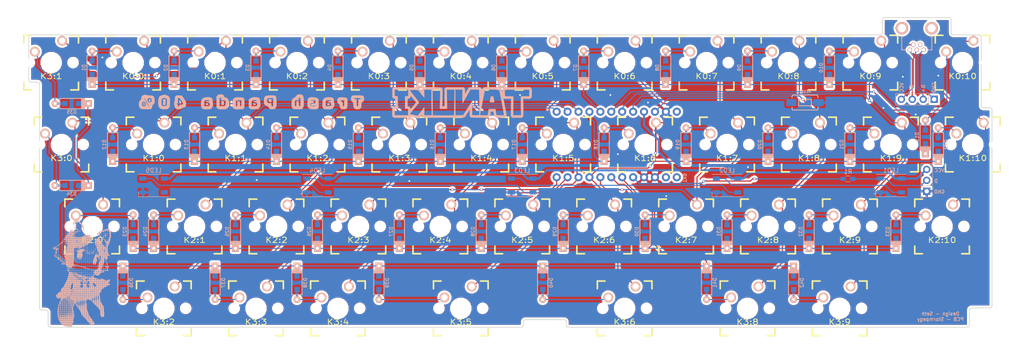
<source format=kicad_pcb>
(kicad_pcb (version 4) (host pcbnew 4.0.7)
  (layers (0 F.Cu signal) (31 B.Cu signal) (34 B.Paste user) (35 F.Paste user) (36 B.SilkS user) (37 F.SilkS user) (38 B.Mask user) (39 F.Mask user) (44 Edge.Cuts user))
  (net 0 "")
  (net 1 /RGBVCC)
  (net 2 "Net-(D1-Pad2)")
  (net 3 /ROW0)
  (net 4 "Net-(D2-Pad2)")
  (net 5 "Net-(D3-Pad2)")
  (net 6 "Net-(D4-Pad2)")
  (net 7 "Net-(D5-Pad2)")
  (net 8 "Net-(D6-Pad2)")
  (net 9 "Net-(D7-Pad2)")
  (net 10 "Net-(D8-Pad2)")
  (net 11 "Net-(D9-Pad2)")
  (net 12 "Net-(D10-Pad2)")
  (net 13 "Net-(D11-Pad2)")
  (net 14 "Net-(D12-Pad2)")
  (net 15 /ROW1)
  (net 16 "Net-(D13-Pad2)")
  (net 17 "Net-(D14-Pad2)")
  (net 18 "Net-(D15-Pad2)")
  (net 19 "Net-(D16-Pad2)")
  (net 20 "Net-(D17-Pad2)")
  (net 21 "Net-(D18-Pad2)")
  (net 22 "Net-(D19-Pad2)")
  (net 23 "Net-(D20-Pad2)")
  (net 24 "Net-(D21-Pad2)")
  (net 25 "Net-(D22-Pad2)")
  (net 26 "Net-(D23-Pad2)")
  (net 27 /ROW2)
  (net 28 "Net-(D24-Pad2)")
  (net 29 "Net-(D25-Pad2)")
  (net 30 "Net-(D26-Pad2)")
  (net 31 "Net-(D27-Pad2)")
  (net 32 "Net-(D28-Pad2)")
  (net 33 "Net-(D29-Pad2)")
  (net 34 "Net-(D30-Pad2)")
  (net 35 "Net-(D31-Pad2)")
  (net 36 "Net-(D32-Pad2)")
  (net 37 "Net-(D33-Pad2)")
  (net 38 "Net-(D34-Pad2)")
  (net 39 /ROW3)
  (net 40 "Net-(D35-Pad2)")
  (net 41 "Net-(D36-Pad2)")
  (net 42 "Net-(D37-Pad2)")
  (net 43 "Net-(D38-Pad2)")
  (net 44 "Net-(D39-Pad2)")
  (net 45 "Net-(D40-Pad2)")
  (net 46 "Net-(D41-Pad2)")
  (net 47 "Net-(D42-Pad2)")
  (net 48 /COL0)
  (net 49 /COL1)
  (net 50 /COL2)
  (net 51 /COL3)
  (net 52 /COL4)
  (net 53 /COL5)
  (net 54 /COL6)
  (net 55 /COL7)
  (net 56 /COL8)
  (net 57 /COL9)
  (net 58 /COL10)
  (net 59 GND)
  (net 60 "Net-(LED1-Pad2)")
  (net 61 "Net-(LED2-Pad2)")
  (net 62 "Net-(LED3-Pad2)")
  (net 63 "Net-(LED4-Pad2)")
  (net 64 "Net-(LED5-Pad2)")
  (net 65 /RGBD)
  (net 66 "Net-(SW1-Pad1)")
  (net 67 "Net-(U1-Pad1)")
  (net 68 "Net-(U1-Pad2)")
  (net 69 "Net-(U1-Pad24)")
  (net 70 "Net-(J1-Pad3)")
  (net 71 "Net-(J1-Pad5)")
  (net 72 "Net-(J1-Pad1)")
  (net 73 "Net-(J1-Pad4)")
  (net 74 "Net-(J1-Pad2)")
  (net 75 "Net-(R1-Pad1)")
  (module "libs and footprints:stitch" (layer F.Cu) (at 178.75 62)
    (fp_text reference REF** hide)
    (fp_text value stitch hide)
    (pad ~ thru_hole circle (at 0 0) (size 0.6 0.6) (drill 0.4) (layers *.Cu) (net 59 GND))
  )
  (module "libs and footprints:stitch" (layer F.Cu) (at 197.75 55.25)
    (fp_text reference REF** hide)
    (fp_text value stitch hide)
    (pad ~ thru_hole circle (at 0 0) (size 0.6 0.6) (drill 0.4) (layers *.Cu) (net 59 GND))
  )
  (module "libs and footprints:stitch" (layer F.Cu) (at 174.5 40.25)
    (fp_text reference REF** hide)
    (fp_text value stitch hide)
    (pad ~ thru_hole circle (at 0 0) (size 0.6 0.6) (drill 0.4) (layers *.Cu) (net 59 GND))
  )
  (module "libs and footprints:stitch" (layer F.Cu) (at 47.625 29.765625)
    (fp_text reference REF** hide)
    (fp_text value stitch hide)
    (pad ~ thru_hole circle (at 0 0) (size 0.6 0.6) (drill 0.4) (layers *.Cu) (net 59 GND))
  )
  (module "libs and footprints:stitch" (layer F.Cu) (at 242 34)
    (fp_text reference REF** hide)
    (fp_text value stitch hide)
    (pad ~ thru_hole circle (at 0 0) (size 0.6 0.6) (drill 0.4) (layers *.Cu) (net 59 GND))
  )
  (module "libs and footprints:stitch" (layer F.Cu) (at 233.75 34.25)
    (fp_text reference REF** hide)
    (fp_text value stitch hide)
    (pad ~ thru_hole circle (at 0 0) (size 0.6 0.6) (drill 0.4) (layers *.Cu) (net 59 GND))
  )
  (module "libs and footprints:stitch" (layer F.Cu) (at 144.75 38.5)
    (fp_text reference REF** hide)
    (fp_text value stitch hide)
    (pad ~ thru_hole circle (at 0 0) (size 0.6 0.6) (drill 0.4) (layers *.Cu) (net 59 GND))
  )
  (module "libs and footprints:stitch" (layer F.Cu) (at 229.25 41.5)
    (fp_text reference REF** hide)
    (fp_text value stitch hide)
    (pad ~ thru_hole circle (at 0 0) (size 0.6 0.6) (drill 0.4) (layers *.Cu) (net 59 GND))
  )
  (module "libs and footprints:stitch" (layer F.Cu) (at 236.75 43)
    (fp_text reference REF** hide)
    (fp_text value stitch hide)
    (pad ~ thru_hole circle (at 0 0) (size 0.6 0.6) (drill 0.4) (layers *.Cu) (net 59 GND))
  )
  (module "libs and footprints:stitch" (layer F.Cu) (at 165.75 38.5)
    (fp_text reference REF** hide)
    (fp_text value stitch hide)
    (pad ~ thru_hole circle (at 0 0) (size 0.6 0.6) (drill 0.4) (layers *.Cu) (net 59 GND))
  )
  (module "libs and footprints:stitch" (layer F.Cu) (at 167.5 52.25)
    (fp_text reference REF** hide)
    (fp_text value stitch hide)
    (pad ~ thru_hole circle (at 0 0) (size 0.6 0.6) (drill 0.4) (layers *.Cu) (net 59 GND))
  )
  (module "libs and footprints:stitch" (layer F.Cu) (at 119 58.5)
    (fp_text reference REF** hide)
    (fp_text value stitch hide)
    (pad ~ thru_hole circle (at 0 0) (size 0.6 0.6) (drill 0.4) (layers *.Cu) (net 59 GND))
  )
  (module MXSWITCH:MX_PCB_100H (layer F.Cu) (at 164.30625 69.05625)
    (fp_text reference K2:6 (at 0 3.175) (layer F.SilkS) (effects (font (size 1.27 1.524) (thickness 0.2032))))
    (fp_text value KEYSW hide)
    (pad 1 thru_hole circle (at 2.54 -5.08) (size 2.286 2.286) (drill 1.4986) (layers *.Cu *.SilkS *.Mask) (net 54 /COL6))
    (pad 2 thru_hole circle (at -3.81 -2.54) (size 2.286 2.286) (drill 1.4986) (layers *.Cu *.SilkS *.Mask) (net 33 "Net-(D29-Pad2)"))
    (pad HOLE np_thru_hole circle (at 0 0) (size 3.9878 3.9878) (drill 3.9878) (layers *.Cu))
    (pad HOLE np_thru_hole circle (at -5.08 0) (size 1.7018 1.7018) (drill 1.7018) (layers *.Cu))
    (pad HOLE np_thru_hole circle (at 5.08 0) (size 1.7018 1.7018) (drill 1.7018) (layers *.Cu))
  )
  (module MXSWITCH:MX_PCB_100H (layer F.Cu) (at 183.35625 69.05625)
    (fp_text reference K2:7 (at 0 3.175) (layer F.SilkS) (effects (font (size 1.27 1.524) (thickness 0.2032))))
    (fp_text value KEYSW hide)
    (pad 1 thru_hole circle (at 2.54 -5.08) (size 2.286 2.286) (drill 1.4986) (layers *.Cu *.SilkS *.Mask) (net 55 /COL7))
    (pad 2 thru_hole circle (at -3.81 -2.54) (size 2.286 2.286) (drill 1.4986) (layers *.Cu *.SilkS *.Mask) (net 34 "Net-(D30-Pad2)"))
    (pad HOLE np_thru_hole circle (at 0 0) (size 3.9878 3.9878) (drill 3.9878) (layers *.Cu))
    (pad HOLE np_thru_hole circle (at -5.08 0) (size 1.7018 1.7018) (drill 1.7018) (layers *.Cu))
    (pad HOLE np_thru_hole circle (at 5.08 0) (size 1.7018 1.7018) (drill 1.7018) (layers *.Cu))
  )
  (module keyboard_parts:D_SOD123_axial (layer B.Cu) (at 239 48.25 90)
    (fp_text reference D11 (at 0 -1.925 90) (layer B.SilkS) (effects (font (size 0.8 0.8)) (justify mirror)))
    (fp_text value D hide)
    (pad 2 smd rect (at 1.575 0 90) (size 1.2 1.2) (layers B.Cu B.Paste B.Mask) (net 13 "Net-(D11-Pad2)"))
    (pad 1 smd rect (at -1.575 0 90) (size 1.2 1.2) (layers B.Cu B.Paste B.Mask) (net 3 /ROW0))
    (pad 1 thru_hole rect (at -3.9 0 90) (size 1.6 1.6) (drill 0.7) (layers *.Cu *.Mask B.SilkS) (net 3 /ROW0))
    (pad 2 thru_hole circle (at 3.9 0 90) (size 1.6 1.6) (drill 0.7) (layers *.Cu *.Mask B.SilkS) (net 13 "Net-(D11-Pad2)"))
    (pad 1 smd rect (at -2.7 0 90) (size 2.5 0.5) (layers B.Cu) (net 3 /ROW0))
    (pad 2 smd rect (at 2.7 0 90) (size 2.5 0.5) (layers B.Cu) (net 13 "Net-(D11-Pad2)"))
  )
  (module MXSWITCH:MX_PCB_125H (layer F.Cu) (at 247.65 30.95625)
    (fp_text reference K0:10 (at 0 3.175) (layer F.SilkS) (effects (font (size 1.27 1.524) (thickness 0.2032))))
    (fp_text value KEYSW hide)
    (pad 1 thru_hole circle (at 2.54 -5.08) (size 2.286 2.286) (drill 1.4986) (layers *.Cu *.SilkS *.Mask) (net 58 /COL10))
    (pad 2 thru_hole circle (at -3.81 -2.54) (size 2.286 2.286) (drill 1.4986) (layers *.Cu *.SilkS *.Mask) (net 13 "Net-(D11-Pad2)"))
    (pad HOLE np_thru_hole circle (at 0 0) (size 3.9878 3.9878) (drill 3.9878) (layers *.Cu))
    (pad HOLE np_thru_hole circle (at -5.08 0) (size 1.7018 1.7018) (drill 1.7018) (layers *.Cu))
    (pad HOLE np_thru_hole circle (at 5.08 0) (size 1.7018 1.7018) (drill 1.7018) (layers *.Cu))
  )
  (module MXSWITCH:MX_PCB_100H (layer F.Cu) (at 54.76875 30.95625)
    (fp_text reference K0:0 (at 0 3.175) (layer F.SilkS) (effects (font (size 1.27 1.524) (thickness 0.2032))))
    (fp_text value KEYSW hide)
    (pad 1 thru_hole circle (at 2.54 -5.08) (size 2.286 2.286) (drill 1.4986) (layers *.Cu *.SilkS *.Mask) (net 48 /COL0))
    (pad 2 thru_hole circle (at -3.81 -2.54) (size 2.286 2.286) (drill 1.4986) (layers *.Cu *.SilkS *.Mask) (net 2 "Net-(D1-Pad2)"))
    (pad HOLE np_thru_hole circle (at 0 0) (size 3.9878 3.9878) (drill 3.9878) (layers *.Cu))
    (pad HOLE np_thru_hole circle (at -5.08 0) (size 1.7018 1.7018) (drill 1.7018) (layers *.Cu))
    (pad HOLE np_thru_hole circle (at 5.08 0) (size 1.7018 1.7018) (drill 1.7018) (layers *.Cu))
  )
  (module MXSWITCH:MX_PCB_100H (layer F.Cu) (at 73.81875 30.95625)
    (fp_text reference K0:1 (at 0 3.175) (layer F.SilkS) (effects (font (size 1.27 1.524) (thickness 0.2032))))
    (fp_text value KEYSW hide)
    (pad 1 thru_hole circle (at 2.54 -5.08) (size 2.286 2.286) (drill 1.4986) (layers *.Cu *.SilkS *.Mask) (net 49 /COL1))
    (pad 2 thru_hole circle (at -3.81 -2.54) (size 2.286 2.286) (drill 1.4986) (layers *.Cu *.SilkS *.Mask) (net 4 "Net-(D2-Pad2)"))
    (pad HOLE np_thru_hole circle (at 0 0) (size 3.9878 3.9878) (drill 3.9878) (layers *.Cu))
    (pad HOLE np_thru_hole circle (at -5.08 0) (size 1.7018 1.7018) (drill 1.7018) (layers *.Cu))
    (pad HOLE np_thru_hole circle (at 5.08 0) (size 1.7018 1.7018) (drill 1.7018) (layers *.Cu))
  )
  (module MXSWITCH:MX_PCB_100H (layer F.Cu) (at 92.86875 30.95625)
    (fp_text reference K0:2 (at 0 3.175) (layer F.SilkS) (effects (font (size 1.27 1.524) (thickness 0.2032))))
    (fp_text value KEYSW hide)
    (pad 1 thru_hole circle (at 2.54 -5.08) (size 2.286 2.286) (drill 1.4986) (layers *.Cu *.SilkS *.Mask) (net 50 /COL2))
    (pad 2 thru_hole circle (at -3.81 -2.54) (size 2.286 2.286) (drill 1.4986) (layers *.Cu *.SilkS *.Mask) (net 5 "Net-(D3-Pad2)"))
    (pad HOLE np_thru_hole circle (at 0 0) (size 3.9878 3.9878) (drill 3.9878) (layers *.Cu))
    (pad HOLE np_thru_hole circle (at -5.08 0) (size 1.7018 1.7018) (drill 1.7018) (layers *.Cu))
    (pad HOLE np_thru_hole circle (at 5.08 0) (size 1.7018 1.7018) (drill 1.7018) (layers *.Cu))
  )
  (module MXSWITCH:MX_PCB_100H (layer F.Cu) (at 111.91875 30.95625)
    (fp_text reference K0:3 (at 0 3.175) (layer F.SilkS) (effects (font (size 1.27 1.524) (thickness 0.2032))))
    (fp_text value KEYSW hide)
    (pad 1 thru_hole circle (at 2.54 -5.08) (size 2.286 2.286) (drill 1.4986) (layers *.Cu *.SilkS *.Mask) (net 51 /COL3))
    (pad 2 thru_hole circle (at -3.81 -2.54) (size 2.286 2.286) (drill 1.4986) (layers *.Cu *.SilkS *.Mask) (net 6 "Net-(D4-Pad2)"))
    (pad HOLE np_thru_hole circle (at 0 0) (size 3.9878 3.9878) (drill 3.9878) (layers *.Cu))
    (pad HOLE np_thru_hole circle (at -5.08 0) (size 1.7018 1.7018) (drill 1.7018) (layers *.Cu))
    (pad HOLE np_thru_hole circle (at 5.08 0) (size 1.7018 1.7018) (drill 1.7018) (layers *.Cu))
  )
  (module MXSWITCH:MX_PCB_100H (layer F.Cu) (at 130.96875 30.95625)
    (fp_text reference K0:4 (at 0 3.175) (layer F.SilkS) (effects (font (size 1.27 1.524) (thickness 0.2032))))
    (fp_text value KEYSW hide)
    (pad 1 thru_hole circle (at 2.54 -5.08) (size 2.286 2.286) (drill 1.4986) (layers *.Cu *.SilkS *.Mask) (net 52 /COL4))
    (pad 2 thru_hole circle (at -3.81 -2.54) (size 2.286 2.286) (drill 1.4986) (layers *.Cu *.SilkS *.Mask) (net 7 "Net-(D5-Pad2)"))
    (pad HOLE np_thru_hole circle (at 0 0) (size 3.9878 3.9878) (drill 3.9878) (layers *.Cu))
    (pad HOLE np_thru_hole circle (at -5.08 0) (size 1.7018 1.7018) (drill 1.7018) (layers *.Cu))
    (pad HOLE np_thru_hole circle (at 5.08 0) (size 1.7018 1.7018) (drill 1.7018) (layers *.Cu))
  )
  (module MXSWITCH:MX_PCB_100H (layer F.Cu) (at 150.01875 30.95625)
    (fp_text reference K0:5 (at 0 3.175) (layer F.SilkS) (effects (font (size 1.27 1.524) (thickness 0.2032))))
    (fp_text value KEYSW hide)
    (pad 1 thru_hole circle (at 2.54 -5.08) (size 2.286 2.286) (drill 1.4986) (layers *.Cu *.SilkS *.Mask) (net 53 /COL5))
    (pad 2 thru_hole circle (at -3.81 -2.54) (size 2.286 2.286) (drill 1.4986) (layers *.Cu *.SilkS *.Mask) (net 8 "Net-(D6-Pad2)"))
    (pad HOLE np_thru_hole circle (at 0 0) (size 3.9878 3.9878) (drill 3.9878) (layers *.Cu))
    (pad HOLE np_thru_hole circle (at -5.08 0) (size 1.7018 1.7018) (drill 1.7018) (layers *.Cu))
    (pad HOLE np_thru_hole circle (at 5.08 0) (size 1.7018 1.7018) (drill 1.7018) (layers *.Cu))
  )
  (module MXSWITCH:MX_PCB_100H (layer F.Cu) (at 169.06875 30.95625)
    (fp_text reference K0:6 (at 0 3.175) (layer F.SilkS) (effects (font (size 1.27 1.524) (thickness 0.2032))))
    (fp_text value KEYSW hide)
    (pad 1 thru_hole circle (at 2.54 -5.08) (size 2.286 2.286) (drill 1.4986) (layers *.Cu *.SilkS *.Mask) (net 54 /COL6))
    (pad 2 thru_hole circle (at -3.81 -2.54) (size 2.286 2.286) (drill 1.4986) (layers *.Cu *.SilkS *.Mask) (net 9 "Net-(D7-Pad2)"))
    (pad HOLE np_thru_hole circle (at 0 0) (size 3.9878 3.9878) (drill 3.9878) (layers *.Cu))
    (pad HOLE np_thru_hole circle (at -5.08 0) (size 1.7018 1.7018) (drill 1.7018) (layers *.Cu))
    (pad HOLE np_thru_hole circle (at 5.08 0) (size 1.7018 1.7018) (drill 1.7018) (layers *.Cu))
  )
  (module MXSWITCH:MX_PCB_100H (layer F.Cu) (at 207.16875 30.95625)
    (fp_text reference K0:8 (at 0 3.175) (layer F.SilkS) (effects (font (size 1.27 1.524) (thickness 0.2032))))
    (fp_text value KEYSW hide)
    (pad 1 thru_hole circle (at 2.54 -5.08) (size 2.286 2.286) (drill 1.4986) (layers *.Cu *.SilkS *.Mask) (net 56 /COL8))
    (pad 2 thru_hole circle (at -3.81 -2.54) (size 2.286 2.286) (drill 1.4986) (layers *.Cu *.SilkS *.Mask) (net 11 "Net-(D9-Pad2)"))
    (pad HOLE np_thru_hole circle (at 0 0) (size 3.9878 3.9878) (drill 3.9878) (layers *.Cu))
    (pad HOLE np_thru_hole circle (at -5.08 0) (size 1.7018 1.7018) (drill 1.7018) (layers *.Cu))
    (pad HOLE np_thru_hole circle (at 5.08 0) (size 1.7018 1.7018) (drill 1.7018) (layers *.Cu))
  )
  (module MXSWITCH:MX_PCB_100H (layer F.Cu) (at 226.21875 30.95625)
    (fp_text reference K0:9 (at 0 3.175) (layer F.SilkS) (effects (font (size 1.27 1.524) (thickness 0.2032))))
    (fp_text value KEYSW hide)
    (pad 1 thru_hole circle (at 2.54 -5.08) (size 2.286 2.286) (drill 1.4986) (layers *.Cu *.SilkS *.Mask) (net 57 /COL9))
    (pad 2 thru_hole circle (at -3.81 -2.54) (size 2.286 2.286) (drill 1.4986) (layers *.Cu *.SilkS *.Mask) (net 12 "Net-(D10-Pad2)"))
    (pad HOLE np_thru_hole circle (at 0 0) (size 3.9878 3.9878) (drill 3.9878) (layers *.Cu))
    (pad HOLE np_thru_hole circle (at -5.08 0) (size 1.7018 1.7018) (drill 1.7018) (layers *.Cu))
    (pad HOLE np_thru_hole circle (at 5.08 0) (size 1.7018 1.7018) (drill 1.7018) (layers *.Cu))
  )
  (module MXSWITCH:MX_PCB_100H (layer F.Cu) (at 59.53125 50.00625)
    (fp_text reference K1:0 (at 0 3.175) (layer F.SilkS) (effects (font (size 1.27 1.524) (thickness 0.2032))))
    (fp_text value KEYSW hide)
    (pad 1 thru_hole circle (at 2.54 -5.08) (size 2.286 2.286) (drill 1.4986) (layers *.Cu *.SilkS *.Mask) (net 48 /COL0))
    (pad 2 thru_hole circle (at -3.81 -2.54) (size 2.286 2.286) (drill 1.4986) (layers *.Cu *.SilkS *.Mask) (net 14 "Net-(D12-Pad2)"))
    (pad HOLE np_thru_hole circle (at 0 0) (size 3.9878 3.9878) (drill 3.9878) (layers *.Cu))
    (pad HOLE np_thru_hole circle (at -5.08 0) (size 1.7018 1.7018) (drill 1.7018) (layers *.Cu))
    (pad HOLE np_thru_hole circle (at 5.08 0) (size 1.7018 1.7018) (drill 1.7018) (layers *.Cu))
  )
  (module MXSWITCH:MX_PCB_100H (layer F.Cu) (at 78.58125 50.00625)
    (fp_text reference K1:1 (at 0 3.175) (layer F.SilkS) (effects (font (size 1.27 1.524) (thickness 0.2032))))
    (fp_text value KEYSW hide)
    (pad 1 thru_hole circle (at 2.54 -5.08) (size 2.286 2.286) (drill 1.4986) (layers *.Cu *.SilkS *.Mask) (net 49 /COL1))
    (pad 2 thru_hole circle (at -3.81 -2.54) (size 2.286 2.286) (drill 1.4986) (layers *.Cu *.SilkS *.Mask) (net 16 "Net-(D13-Pad2)"))
    (pad HOLE np_thru_hole circle (at 0 0) (size 3.9878 3.9878) (drill 3.9878) (layers *.Cu))
    (pad HOLE np_thru_hole circle (at -5.08 0) (size 1.7018 1.7018) (drill 1.7018) (layers *.Cu))
    (pad HOLE np_thru_hole circle (at 5.08 0) (size 1.7018 1.7018) (drill 1.7018) (layers *.Cu))
  )
  (module MXSWITCH:MX_PCB_100H (layer F.Cu) (at 97.63125 50.00625)
    (fp_text reference K1:2 (at 0 3.175) (layer F.SilkS) (effects (font (size 1.27 1.524) (thickness 0.2032))))
    (fp_text value KEYSW hide)
    (pad 1 thru_hole circle (at 2.54 -5.08) (size 2.286 2.286) (drill 1.4986) (layers *.Cu *.SilkS *.Mask) (net 50 /COL2))
    (pad 2 thru_hole circle (at -3.81 -2.54) (size 2.286 2.286) (drill 1.4986) (layers *.Cu *.SilkS *.Mask) (net 17 "Net-(D14-Pad2)"))
    (pad HOLE np_thru_hole circle (at 0 0) (size 3.9878 3.9878) (drill 3.9878) (layers *.Cu))
    (pad HOLE np_thru_hole circle (at -5.08 0) (size 1.7018 1.7018) (drill 1.7018) (layers *.Cu))
    (pad HOLE np_thru_hole circle (at 5.08 0) (size 1.7018 1.7018) (drill 1.7018) (layers *.Cu))
  )
  (module MXSWITCH:MX_PCB_100H (layer F.Cu) (at 116.68125 50.00625)
    (fp_text reference K1:3 (at 0 3.175) (layer F.SilkS) (effects (font (size 1.27 1.524) (thickness 0.2032))))
    (fp_text value KEYSW hide)
    (pad 1 thru_hole circle (at 2.54 -5.08) (size 2.286 2.286) (drill 1.4986) (layers *.Cu *.SilkS *.Mask) (net 51 /COL3))
    (pad 2 thru_hole circle (at -3.81 -2.54) (size 2.286 2.286) (drill 1.4986) (layers *.Cu *.SilkS *.Mask) (net 18 "Net-(D15-Pad2)"))
    (pad HOLE np_thru_hole circle (at 0 0) (size 3.9878 3.9878) (drill 3.9878) (layers *.Cu))
    (pad HOLE np_thru_hole circle (at -5.08 0) (size 1.7018 1.7018) (drill 1.7018) (layers *.Cu))
    (pad HOLE np_thru_hole circle (at 5.08 0) (size 1.7018 1.7018) (drill 1.7018) (layers *.Cu))
  )
  (module MXSWITCH:MX_PCB_100H (layer F.Cu) (at 135.73125 50.00625)
    (fp_text reference K1:4 (at 0 3.175) (layer F.SilkS) (effects (font (size 1.27 1.524) (thickness 0.2032))))
    (fp_text value KEYSW hide)
    (pad 1 thru_hole circle (at 2.54 -5.08) (size 2.286 2.286) (drill 1.4986) (layers *.Cu *.SilkS *.Mask) (net 52 /COL4))
    (pad 2 thru_hole circle (at -3.81 -2.54) (size 2.286 2.286) (drill 1.4986) (layers *.Cu *.SilkS *.Mask) (net 19 "Net-(D16-Pad2)"))
    (pad HOLE np_thru_hole circle (at 0 0) (size 3.9878 3.9878) (drill 3.9878) (layers *.Cu))
    (pad HOLE np_thru_hole circle (at -5.08 0) (size 1.7018 1.7018) (drill 1.7018) (layers *.Cu))
    (pad HOLE np_thru_hole circle (at 5.08 0) (size 1.7018 1.7018) (drill 1.7018) (layers *.Cu))
  )
  (module MXSWITCH:MX_PCB_100H (layer F.Cu) (at 154.78125 50.00625)
    (fp_text reference K1:5 (at 0 3.175) (layer F.SilkS) (effects (font (size 1.27 1.524) (thickness 0.2032))))
    (fp_text value KEYSW hide)
    (pad 1 thru_hole circle (at 2.54 -5.08) (size 2.286 2.286) (drill 1.4986) (layers *.Cu *.SilkS *.Mask) (net 53 /COL5))
    (pad 2 thru_hole circle (at -3.81 -2.54) (size 2.286 2.286) (drill 1.4986) (layers *.Cu *.SilkS *.Mask) (net 20 "Net-(D17-Pad2)"))
    (pad HOLE np_thru_hole circle (at 0 0) (size 3.9878 3.9878) (drill 3.9878) (layers *.Cu))
    (pad HOLE np_thru_hole circle (at -5.08 0) (size 1.7018 1.7018) (drill 1.7018) (layers *.Cu))
    (pad HOLE np_thru_hole circle (at 5.08 0) (size 1.7018 1.7018) (drill 1.7018) (layers *.Cu))
  )
  (module MXSWITCH:MX_PCB_100H (layer F.Cu) (at 173.83125 50.00625)
    (fp_text reference K1:6 (at 0 3.175) (layer F.SilkS) (effects (font (size 1.27 1.524) (thickness 0.2032))))
    (fp_text value KEYSW hide)
    (pad 1 thru_hole circle (at 2.54 -5.08) (size 2.286 2.286) (drill 1.4986) (layers *.Cu *.SilkS *.Mask) (net 54 /COL6))
    (pad 2 thru_hole circle (at -3.81 -2.54) (size 2.286 2.286) (drill 1.4986) (layers *.Cu *.SilkS *.Mask) (net 21 "Net-(D18-Pad2)"))
    (pad HOLE np_thru_hole circle (at 0 0) (size 3.9878 3.9878) (drill 3.9878) (layers *.Cu))
    (pad HOLE np_thru_hole circle (at -5.08 0) (size 1.7018 1.7018) (drill 1.7018) (layers *.Cu))
    (pad HOLE np_thru_hole circle (at 5.08 0) (size 1.7018 1.7018) (drill 1.7018) (layers *.Cu))
  )
  (module MXSWITCH:MX_PCB_100H (layer F.Cu) (at 192.88125 50.00625)
    (fp_text reference K1:7 (at 0 3.175) (layer F.SilkS) (effects (font (size 1.27 1.524) (thickness 0.2032))))
    (fp_text value KEYSW hide)
    (pad 1 thru_hole circle (at 2.54 -5.08) (size 2.286 2.286) (drill 1.4986) (layers *.Cu *.SilkS *.Mask) (net 55 /COL7))
    (pad 2 thru_hole circle (at -3.81 -2.54) (size 2.286 2.286) (drill 1.4986) (layers *.Cu *.SilkS *.Mask) (net 22 "Net-(D19-Pad2)"))
    (pad HOLE np_thru_hole circle (at 0 0) (size 3.9878 3.9878) (drill 3.9878) (layers *.Cu))
    (pad HOLE np_thru_hole circle (at -5.08 0) (size 1.7018 1.7018) (drill 1.7018) (layers *.Cu))
    (pad HOLE np_thru_hole circle (at 5.08 0) (size 1.7018 1.7018) (drill 1.7018) (layers *.Cu))
  )
  (module MXSWITCH:MX_PCB_100H (layer F.Cu) (at 211.93125 50.00625)
    (fp_text reference K1:8 (at 0 3.175) (layer F.SilkS) (effects (font (size 1.27 1.524) (thickness 0.2032))))
    (fp_text value KEYSW hide)
    (pad 1 thru_hole circle (at 2.54 -5.08) (size 2.286 2.286) (drill 1.4986) (layers *.Cu *.SilkS *.Mask) (net 56 /COL8))
    (pad 2 thru_hole circle (at -3.81 -2.54) (size 2.286 2.286) (drill 1.4986) (layers *.Cu *.SilkS *.Mask) (net 23 "Net-(D20-Pad2)"))
    (pad HOLE np_thru_hole circle (at 0 0) (size 3.9878 3.9878) (drill 3.9878) (layers *.Cu))
    (pad HOLE np_thru_hole circle (at -5.08 0) (size 1.7018 1.7018) (drill 1.7018) (layers *.Cu))
    (pad HOLE np_thru_hole circle (at 5.08 0) (size 1.7018 1.7018) (drill 1.7018) (layers *.Cu))
  )
  (module MXSWITCH:MX_PCB_100H (layer F.Cu) (at 230.98125 50.00625)
    (fp_text reference K1:9 (at 0 3.175) (layer F.SilkS) (effects (font (size 1.27 1.524) (thickness 0.2032))))
    (fp_text value KEYSW hide)
    (pad 1 thru_hole circle (at 2.54 -5.08) (size 2.286 2.286) (drill 1.4986) (layers *.Cu *.SilkS *.Mask) (net 57 /COL9))
    (pad 2 thru_hole circle (at -3.81 -2.54) (size 2.286 2.286) (drill 1.4986) (layers *.Cu *.SilkS *.Mask) (net 24 "Net-(D21-Pad2)"))
    (pad HOLE np_thru_hole circle (at 0 0) (size 3.9878 3.9878) (drill 3.9878) (layers *.Cu))
    (pad HOLE np_thru_hole circle (at -5.08 0) (size 1.7018 1.7018) (drill 1.7018) (layers *.Cu))
    (pad HOLE np_thru_hole circle (at 5.08 0) (size 1.7018 1.7018) (drill 1.7018) (layers *.Cu))
  )
  (module MXSWITCH:MX_PCB_100H (layer F.Cu) (at 250.03125 50.00625)
    (fp_text reference K1:10 (at 0 3.175) (layer F.SilkS) (effects (font (size 1.27 1.524) (thickness 0.2032))))
    (fp_text value KEYSW hide)
    (pad 1 thru_hole circle (at 2.54 -5.08) (size 2.286 2.286) (drill 1.4986) (layers *.Cu *.SilkS *.Mask) (net 58 /COL10))
    (pad 2 thru_hole circle (at -3.81 -2.54) (size 2.286 2.286) (drill 1.4986) (layers *.Cu *.SilkS *.Mask) (net 25 "Net-(D22-Pad2)"))
    (pad HOLE np_thru_hole circle (at 0 0) (size 3.9878 3.9878) (drill 3.9878) (layers *.Cu))
    (pad HOLE np_thru_hole circle (at -5.08 0) (size 1.7018 1.7018) (drill 1.7018) (layers *.Cu))
    (pad HOLE np_thru_hole circle (at 5.08 0) (size 1.7018 1.7018) (drill 1.7018) (layers *.Cu))
  )
  (module MXSWITCH:MX_PCB_150H (layer F.Cu) (at 45.24375 69.05625)
    (fp_text reference K2:0 (at 0 3.175) (layer F.SilkS) (effects (font (size 1.27 1.524) (thickness 0.2032))))
    (fp_text value KEYSW hide)
    (pad 1 thru_hole circle (at 2.54 -5.08) (size 2.286 2.286) (drill 1.4986) (layers *.Cu *.SilkS *.Mask) (net 48 /COL0))
    (pad 2 thru_hole circle (at -3.81 -2.54) (size 2.286 2.286) (drill 1.4986) (layers *.Cu *.SilkS *.Mask) (net 26 "Net-(D23-Pad2)"))
    (pad HOLE np_thru_hole circle (at 0 0) (size 3.9878 3.9878) (drill 3.9878) (layers *.Cu))
    (pad HOLE np_thru_hole circle (at -5.08 0) (size 1.7018 1.7018) (drill 1.7018) (layers *.Cu))
    (pad HOLE np_thru_hole circle (at 5.08 0) (size 1.7018 1.7018) (drill 1.7018) (layers *.Cu))
  )
  (module MXSWITCH:MX_PCB_100H (layer F.Cu) (at 69.056308 69.056308)
    (fp_text reference K2:1 (at 0 3.175) (layer F.SilkS) (effects (font (size 1.27 1.524) (thickness 0.2032))))
    (fp_text value KEYSW hide)
    (pad 1 thru_hole circle (at 2.54 -5.08) (size 2.286 2.286) (drill 1.4986) (layers *.Cu *.SilkS *.Mask) (net 49 /COL1))
    (pad 2 thru_hole circle (at -3.81 -2.54) (size 2.286 2.286) (drill 1.4986) (layers *.Cu *.SilkS *.Mask) (net 28 "Net-(D24-Pad2)"))
    (pad HOLE np_thru_hole circle (at 0 0) (size 3.9878 3.9878) (drill 3.9878) (layers *.Cu))
    (pad HOLE np_thru_hole circle (at -5.08 0) (size 1.7018 1.7018) (drill 1.7018) (layers *.Cu))
    (pad HOLE np_thru_hole circle (at 5.08 0) (size 1.7018 1.7018) (drill 1.7018) (layers *.Cu))
  )
  (module MXSWITCH:MX_PCB_100H (layer F.Cu) (at 88.106324 69.056308)
    (fp_text reference K2:2 (at 0 3.175) (layer F.SilkS) (effects (font (size 1.27 1.524) (thickness 0.2032))))
    (fp_text value KEYSW hide)
    (pad 1 thru_hole circle (at 2.54 -5.08) (size 2.286 2.286) (drill 1.4986) (layers *.Cu *.SilkS *.Mask) (net 50 /COL2))
    (pad 2 thru_hole circle (at -3.81 -2.54) (size 2.286 2.286) (drill 1.4986) (layers *.Cu *.SilkS *.Mask) (net 29 "Net-(D25-Pad2)"))
    (pad HOLE np_thru_hole circle (at 0 0) (size 3.9878 3.9878) (drill 3.9878) (layers *.Cu))
    (pad HOLE np_thru_hole circle (at -5.08 0) (size 1.7018 1.7018) (drill 1.7018) (layers *.Cu))
    (pad HOLE np_thru_hole circle (at 5.08 0) (size 1.7018 1.7018) (drill 1.7018) (layers *.Cu))
  )
  (module MXSWITCH:MX_PCB_100H (layer F.Cu) (at 107.15625 69.05625)
    (fp_text reference K2:3 (at 0 3.175) (layer F.SilkS) (effects (font (size 1.27 1.524) (thickness 0.2032))))
    (fp_text value KEYSW hide)
    (pad 1 thru_hole circle (at 2.54 -5.08) (size 2.286 2.286) (drill 1.4986) (layers *.Cu *.SilkS *.Mask) (net 51 /COL3))
    (pad 2 thru_hole circle (at -3.81 -2.54) (size 2.286 2.286) (drill 1.4986) (layers *.Cu *.SilkS *.Mask) (net 30 "Net-(D26-Pad2)"))
    (pad HOLE np_thru_hole circle (at 0 0) (size 3.9878 3.9878) (drill 3.9878) (layers *.Cu))
    (pad HOLE np_thru_hole circle (at -5.08 0) (size 1.7018 1.7018) (drill 1.7018) (layers *.Cu))
    (pad HOLE np_thru_hole circle (at 5.08 0) (size 1.7018 1.7018) (drill 1.7018) (layers *.Cu))
  )
  (module MXSWITCH:MX_PCB_100H (layer F.Cu) (at 126.20625 69.05625)
    (fp_text reference K2:4 (at 0 3.175) (layer F.SilkS) (effects (font (size 1.27 1.524) (thickness 0.2032))))
    (fp_text value KEYSW hide)
    (pad 1 thru_hole circle (at 2.54 -5.08) (size 2.286 2.286) (drill 1.4986) (layers *.Cu *.SilkS *.Mask) (net 52 /COL4))
    (pad 2 thru_hole circle (at -3.81 -2.54) (size 2.286 2.286) (drill 1.4986) (layers *.Cu *.SilkS *.Mask) (net 31 "Net-(D27-Pad2)"))
    (pad HOLE np_thru_hole circle (at 0 0) (size 3.9878 3.9878) (drill 3.9878) (layers *.Cu))
    (pad HOLE np_thru_hole circle (at -5.08 0) (size 1.7018 1.7018) (drill 1.7018) (layers *.Cu))
    (pad HOLE np_thru_hole circle (at 5.08 0) (size 1.7018 1.7018) (drill 1.7018) (layers *.Cu))
  )
  (module MXSWITCH:MX_PCB_100H (layer F.Cu) (at 145.25625 69.05625)
    (fp_text reference K2:5 (at 0 3.175) (layer F.SilkS) (effects (font (size 1.27 1.524) (thickness 0.2032))))
    (fp_text value KEYSW hide)
    (pad 1 thru_hole circle (at 2.54 -5.08) (size 2.286 2.286) (drill 1.4986) (layers *.Cu *.SilkS *.Mask) (net 53 /COL5))
    (pad 2 thru_hole circle (at -3.81 -2.54) (size 2.286 2.286) (drill 1.4986) (layers *.Cu *.SilkS *.Mask) (net 32 "Net-(D28-Pad2)"))
    (pad HOLE np_thru_hole circle (at 0 0) (size 3.9878 3.9878) (drill 3.9878) (layers *.Cu))
    (pad HOLE np_thru_hole circle (at -5.08 0) (size 1.7018 1.7018) (drill 1.7018) (layers *.Cu))
    (pad HOLE np_thru_hole circle (at 5.08 0) (size 1.7018 1.7018) (drill 1.7018) (layers *.Cu))
  )
  (module MXSWITCH:MX_PCB_100H (layer F.Cu) (at 202.40625 69.05625)
    (fp_text reference K2:8 (at 0 3.175) (layer F.SilkS) (effects (font (size 1.27 1.524) (thickness 0.2032))))
    (fp_text value KEYSW hide)
    (pad 1 thru_hole circle (at 2.54 -5.08) (size 2.286 2.286) (drill 1.4986) (layers *.Cu *.SilkS *.Mask) (net 56 /COL8))
    (pad 2 thru_hole circle (at -3.81 -2.54) (size 2.286 2.286) (drill 1.4986) (layers *.Cu *.SilkS *.Mask) (net 35 "Net-(D31-Pad2)"))
    (pad HOLE np_thru_hole circle (at 0 0) (size 3.9878 3.9878) (drill 3.9878) (layers *.Cu))
    (pad HOLE np_thru_hole circle (at -5.08 0) (size 1.7018 1.7018) (drill 1.7018) (layers *.Cu))
    (pad HOLE np_thru_hole circle (at 5.08 0) (size 1.7018 1.7018) (drill 1.7018) (layers *.Cu))
  )
  (module MXSWITCH:MX_PCB_100H (layer F.Cu) (at 221.45625 69.05625)
    (fp_text reference K2:9 (at 0 3.175) (layer F.SilkS) (effects (font (size 1.27 1.524) (thickness 0.2032))))
    (fp_text value KEYSW hide)
    (pad 1 thru_hole circle (at 2.54 -5.08) (size 2.286 2.286) (drill 1.4986) (layers *.Cu *.SilkS *.Mask) (net 57 /COL9))
    (pad 2 thru_hole circle (at -3.81 -2.54) (size 2.286 2.286) (drill 1.4986) (layers *.Cu *.SilkS *.Mask) (net 36 "Net-(D32-Pad2)"))
    (pad HOLE np_thru_hole circle (at 0 0) (size 3.9878 3.9878) (drill 3.9878) (layers *.Cu))
    (pad HOLE np_thru_hole circle (at -5.08 0) (size 1.7018 1.7018) (drill 1.7018) (layers *.Cu))
    (pad HOLE np_thru_hole circle (at 5.08 0) (size 1.7018 1.7018) (drill 1.7018) (layers *.Cu))
  )
  (module MXSWITCH:MX_PCB_125H (layer F.Cu) (at 242.8875 69.05625)
    (fp_text reference K2:10 (at 0 3.175) (layer F.SilkS) (effects (font (size 1.27 1.524) (thickness 0.2032))))
    (fp_text value KEYSW hide)
    (pad 1 thru_hole circle (at 2.54 -5.08) (size 2.286 2.286) (drill 1.4986) (layers *.Cu *.SilkS *.Mask) (net 58 /COL10))
    (pad 2 thru_hole circle (at -3.81 -2.54) (size 2.286 2.286) (drill 1.4986) (layers *.Cu *.SilkS *.Mask) (net 37 "Net-(D33-Pad2)"))
    (pad HOLE np_thru_hole circle (at 0 0) (size 3.9878 3.9878) (drill 3.9878) (layers *.Cu))
    (pad HOLE np_thru_hole circle (at -5.08 0) (size 1.7018 1.7018) (drill 1.7018) (layers *.Cu))
    (pad HOLE np_thru_hole circle (at 5.08 0) (size 1.7018 1.7018) (drill 1.7018) (layers *.Cu))
  )
  (module MXSWITCH:MX_PCB_125H (layer F.Cu) (at 38.1 50.00625)
    (fp_text reference K3:0 (at 0 3.175) (layer F.SilkS) (effects (font (size 1.27 1.524) (thickness 0.2032))))
    (fp_text value KEYSW hide)
    (pad 1 thru_hole circle (at 2.54 -5.08) (size 2.286 2.286) (drill 1.4986) (layers *.Cu *.SilkS *.Mask) (net 48 /COL0))
    (pad 2 thru_hole circle (at -3.81 -2.54) (size 2.286 2.286) (drill 1.4986) (layers *.Cu *.SilkS *.Mask) (net 38 "Net-(D34-Pad2)"))
    (pad HOLE np_thru_hole circle (at 0 0) (size 3.9878 3.9878) (drill 3.9878) (layers *.Cu))
    (pad HOLE np_thru_hole circle (at -5.08 0) (size 1.7018 1.7018) (drill 1.7018) (layers *.Cu))
    (pad HOLE np_thru_hole circle (at 5.08 0) (size 1.7018 1.7018) (drill 1.7018) (layers *.Cu))
  )
  (module MXSWITCH:MX_PCB_100H (layer F.Cu) (at 35.71875 30.95625)
    (fp_text reference K3:1 (at 0 3.175) (layer F.SilkS) (effects (font (size 1.27 1.524) (thickness 0.2032))))
    (fp_text value KEYSW hide)
    (pad 1 thru_hole circle (at 2.54 -5.08) (size 2.286 2.286) (drill 1.4986) (layers *.Cu *.SilkS *.Mask) (net 49 /COL1))
    (pad 2 thru_hole circle (at -3.81 -2.54) (size 2.286 2.286) (drill 1.4986) (layers *.Cu *.SilkS *.Mask) (net 40 "Net-(D35-Pad2)"))
    (pad HOLE np_thru_hole circle (at 0 0) (size 3.9878 3.9878) (drill 3.9878) (layers *.Cu))
    (pad HOLE np_thru_hole circle (at -5.08 0) (size 1.7018 1.7018) (drill 1.7018) (layers *.Cu))
    (pad HOLE np_thru_hole circle (at 5.08 0) (size 1.7018 1.7018) (drill 1.7018) (layers *.Cu))
  )
  (module MXSWITCH:MX_PCB_125H (layer F.Cu) (at 61.9125 88.10625)
    (fp_text reference K3:2 (at 0 3.175) (layer F.SilkS) (effects (font (size 1.27 1.524) (thickness 0.2032))))
    (fp_text value KEYSW hide)
    (pad 1 thru_hole circle (at 2.54 -5.08) (size 2.286 2.286) (drill 1.4986) (layers *.Cu *.SilkS *.Mask) (net 50 /COL2))
    (pad 2 thru_hole circle (at -3.81 -2.54) (size 2.286 2.286) (drill 1.4986) (layers *.Cu *.SilkS *.Mask) (net 41 "Net-(D36-Pad2)"))
    (pad HOLE np_thru_hole circle (at 0 0) (size 3.9878 3.9878) (drill 3.9878) (layers *.Cu))
    (pad HOLE np_thru_hole circle (at -5.08 0) (size 1.7018 1.7018) (drill 1.7018) (layers *.Cu))
    (pad HOLE np_thru_hole circle (at 5.08 0) (size 1.7018 1.7018) (drill 1.7018) (layers *.Cu))
  )
  (module MXSWITCH:MX_PCB_100H (layer F.Cu) (at 102.39375 88.10625)
    (fp_text reference K3:4 (at 0 3.175) (layer F.SilkS) (effects (font (size 1.27 1.524) (thickness 0.2032))))
    (fp_text value KEYSW hide)
    (pad 1 thru_hole circle (at 2.54 -5.08) (size 2.286 2.286) (drill 1.4986) (layers *.Cu *.SilkS *.Mask) (net 52 /COL4))
    (pad 2 thru_hole circle (at -3.81 -2.54) (size 2.286 2.286) (drill 1.4986) (layers *.Cu *.SilkS *.Mask) (net 43 "Net-(D38-Pad2)"))
    (pad HOLE np_thru_hole circle (at 0 0) (size 3.9878 3.9878) (drill 3.9878) (layers *.Cu))
    (pad HOLE np_thru_hole circle (at -5.08 0) (size 1.7018 1.7018) (drill 1.7018) (layers *.Cu))
    (pad HOLE np_thru_hole circle (at 5.08 0) (size 1.7018 1.7018) (drill 1.7018) (layers *.Cu))
  )
  (module LEDs:LED_WS2812B-PLCC4 (layer B.Cu) (at 230.98125 59.53125 180)
    (fp_text reference LED1 (at 0 3.5 180) (layer B.SilkS) (effects (justify mirror)))
    (fp_text value WS2812B)
    (pad 3 smd rect (at 2.5 -1.6 180) (size 1.6 1) (layers B.Cu B.Paste B.Mask) (net 59 GND))
    (pad 4 smd rect (at 2.5 1.6 180) (size 1.6 1) (layers B.Cu B.Paste B.Mask) (net 65 /RGBD))
    (pad 2 smd rect (at -2.5 -1.6 180) (size 1.6 1) (layers B.Cu B.Paste B.Mask) (net 60 "Net-(LED1-Pad2)"))
    (pad 1 smd rect (at -2.5 1.6 180) (size 1.6 1) (layers B.Cu B.Paste B.Mask) (net 1 /RGBVCC))
  )
  (module LEDs:LED_WS2812B-PLCC4 (layer B.Cu) (at 192.88125 59.53125 180)
    (fp_text reference LED2 (at 0 3.5 180) (layer B.SilkS) (effects (justify mirror)))
    (fp_text value WS2812B)
    (pad 3 smd rect (at 2.5 -1.6 180) (size 1.6 1) (layers B.Cu B.Paste B.Mask) (net 59 GND))
    (pad 4 smd rect (at 2.5 1.6 180) (size 1.6 1) (layers B.Cu B.Paste B.Mask) (net 60 "Net-(LED1-Pad2)"))
    (pad 2 smd rect (at -2.5 -1.6 180) (size 1.6 1) (layers B.Cu B.Paste B.Mask) (net 61 "Net-(LED2-Pad2)"))
    (pad 1 smd rect (at -2.5 1.6 180) (size 1.6 1) (layers B.Cu B.Paste B.Mask) (net 1 /RGBVCC))
  )
  (module LEDs:LED_WS2812B-PLCC4 (layer B.Cu) (at 145.25625 59.53125 180)
    (fp_text reference LED3 (at 0 3.5 180) (layer B.SilkS) (effects (justify mirror)))
    (fp_text value WS2812B)
    (pad 3 smd rect (at 2.5 -1.6 180) (size 1.6 1) (layers B.Cu B.Paste B.Mask) (net 59 GND))
    (pad 4 smd rect (at 2.5 1.6 180) (size 1.6 1) (layers B.Cu B.Paste B.Mask) (net 61 "Net-(LED2-Pad2)"))
    (pad 2 smd rect (at -2.5 -1.6 180) (size 1.6 1) (layers B.Cu B.Paste B.Mask) (net 62 "Net-(LED3-Pad2)"))
    (pad 1 smd rect (at -2.5 1.6 180) (size 1.6 1) (layers B.Cu B.Paste B.Mask) (net 1 /RGBVCC))
  )
  (module LEDs:LED_WS2812B-PLCC4 (layer B.Cu) (at 97.63125 59.53125 180)
    (fp_text reference LED4 (at 0 3.5 180) (layer B.SilkS) (effects (justify mirror)))
    (fp_text value WS2812B)
    (pad 3 smd rect (at 2.5 -1.6 180) (size 1.6 1) (layers B.Cu B.Paste B.Mask) (net 59 GND))
    (pad 4 smd rect (at 2.5 1.6 180) (size 1.6 1) (layers B.Cu B.Paste B.Mask) (net 62 "Net-(LED3-Pad2)"))
    (pad 2 smd rect (at -2.5 -1.6 180) (size 1.6 1) (layers B.Cu B.Paste B.Mask) (net 63 "Net-(LED4-Pad2)"))
    (pad 1 smd rect (at -2.5 1.6 180) (size 1.6 1) (layers B.Cu B.Paste B.Mask) (net 1 /RGBVCC))
  )
  (module LEDs:LED_WS2812B-PLCC4 (layer B.Cu) (at 59.53125 59.53125 180)
    (fp_text reference LED5 (at 0 3.5 180) (layer B.SilkS) (effects (justify mirror)))
    (fp_text value WS2812B)
    (pad 3 smd rect (at 2.5 -1.6 180) (size 1.6 1) (layers B.Cu B.Paste B.Mask) (net 59 GND))
    (pad 4 smd rect (at 2.5 1.6 180) (size 1.6 1) (layers B.Cu B.Paste B.Mask) (net 63 "Net-(LED4-Pad2)"))
    (pad 2 smd rect (at -2.5 -1.6 180) (size 1.6 1) (layers B.Cu B.Paste B.Mask) (net 64 "Net-(LED5-Pad2)"))
    (pad 1 smd rect (at -2.5 1.6 180) (size 1.6 1) (layers B.Cu B.Paste B.Mask) (net 1 /RGBVCC))
  )
  (module Resistors_SMD:R_0603_HandSoldering (layer B.Cu) (at 221 58)
    (fp_text reference R1 (at 0 -1.685747) (layer B.SilkS) (effects (justify mirror)))
    (fp_text value 500o)
    (pad 1 smd rect (at -1.1 0) (size 1.2 0.9) (layers B.Cu B.Paste B.Mask) (net 75 "Net-(R1-Pad1)"))
    (pad 2 smd rect (at 1.1 0) (size 1.2 0.9) (layers B.Cu B.Paste B.Mask) (net 65 /RGBD))
  )
  (module Switches:TACTILE_SWITCH_SMD_6.0X3.5MM (layer B.Cu) (at 211 40.25)
    (fp_text reference SW1 hide)
    (fp_text value RESET (at 0 -2.54) (layer B.SilkS) (effects (font (size 0.6096 0.6096) (thickness 0.127)) (justify mirror)))
    (pad 1 smd rect (at -3.1496 0 180) (size 2.2987 1.59766) (layers B.Cu B.Paste B.Mask) (net 66 "Net-(SW1-Pad1)"))
    (pad 2 smd rect (at 3.1496 0 180) (size 2.2987 1.59766) (layers B.Cu B.Paste B.Mask) (net 59 GND))
  )
  (module "libs and footprints:54819-0519fix2" (layer B.Cu) (at 237 28 180)
    (fp_text reference J1 hide)
    (fp_text value USB_mini_micro_B hide)
    (pad 3 thru_hole oval (at 0 0 270) (size 1 1) (drill 0.7112) (layers *.Cu *.Mask B.SilkS) (net 70 "Net-(J1-Pad3)"))
    (pad 5 thru_hole oval (at -1.6 0 270) (size 1 1) (drill 0.7112) (layers *.Cu *.Mask B.SilkS) (net 71 "Net-(J1-Pad5)"))
    (pad 1 thru_hole oval (at 1.6 0 270) (size 1 1) (drill 0.7112) (layers *.Cu *.Mask B.SilkS) (net 72 "Net-(J1-Pad1)"))
    (pad 4 thru_hole oval (at -0.8 1.2 90) (size 1 1) (drill 0.7112) (layers *.Cu *.Mask B.SilkS) (net 73 "Net-(J1-Pad4)"))
    (pad 2 thru_hole oval (at 0.8 1.2 90) (size 1 1) (drill 0.7112) (layers *.Cu *.Mask B.SilkS) (net 74 "Net-(J1-Pad2)"))
    (pad S1 thru_hole circle (at -3.45 5.05 180) (size 2.8956 2.8956) (drill 1.9304) (layers *.Cu *.Mask B.SilkS))
    (pad S2 thru_hole circle (at 3.45 5.05 180) (size 2.8956 2.8956) (drill 1.9304) (layers *.Cu *.Mask B.SilkS))
  )
  (module MXSWITCH:MX_PCB_100H (layer F.Cu) (at 83.34375 88.10625)
    (fp_text reference K3:3 (at 0 3.175) (layer F.SilkS) (effects (font (size 1.27 1.524) (thickness 0.2032))))
    (fp_text value KEYSW hide)
    (pad 1 thru_hole circle (at 2.54 -5.08) (size 2.286 2.286) (drill 1.4986) (layers *.Cu *.SilkS *.Mask) (net 51 /COL3))
    (pad 2 thru_hole circle (at -3.81 -2.54) (size 2.286 2.286) (drill 1.4986) (layers *.Cu *.SilkS *.Mask) (net 42 "Net-(D37-Pad2)"))
    (pad HOLE np_thru_hole circle (at 0 0) (size 3.9878 3.9878) (drill 3.9878) (layers *.Cu))
    (pad HOLE np_thru_hole circle (at -5.08 0) (size 1.7018 1.7018) (drill 1.7018) (layers *.Cu))
    (pad HOLE np_thru_hole circle (at 5.08 0) (size 1.7018 1.7018) (drill 1.7018) (layers *.Cu))
  )
  (module MXSWITCH:MX_PCB_100H (layer F.Cu) (at 197.64375 88.10625)
    (fp_text reference K3:8 (at 0 3.175) (layer F.SilkS) (effects (font (size 1.27 1.524) (thickness 0.2032))))
    (fp_text value KEYSW hide)
    (pad 1 thru_hole circle (at 2.54 -5.08) (size 2.286 2.286) (drill 1.4986) (layers *.Cu *.SilkS *.Mask) (net 56 /COL8))
    (pad 2 thru_hole circle (at -3.81 -2.54) (size 2.286 2.286) (drill 1.4986) (layers *.Cu *.SilkS *.Mask) (net 46 "Net-(D41-Pad2)"))
    (pad HOLE np_thru_hole circle (at 0 0) (size 3.9878 3.9878) (drill 3.9878) (layers *.Cu))
    (pad HOLE np_thru_hole circle (at -5.08 0) (size 1.7018 1.7018) (drill 1.7018) (layers *.Cu))
    (pad HOLE np_thru_hole circle (at 5.08 0) (size 1.7018 1.7018) (drill 1.7018) (layers *.Cu))
  )
  (module MXSWITCH:MX_PCB_125H (layer F.Cu) (at 219.075 88.10625)
    (fp_text reference K3:9 (at 0 3.175) (layer F.SilkS) (effects (font (size 1.27 1.524) (thickness 0.2032))))
    (fp_text value KEYSW hide)
    (pad 1 thru_hole circle (at 2.54 -5.08) (size 2.286 2.286) (drill 1.4986) (layers *.Cu *.SilkS *.Mask) (net 57 /COL9))
    (pad 2 thru_hole circle (at -3.81 -2.54) (size 2.286 2.286) (drill 1.4986) (layers *.Cu *.SilkS *.Mask) (net 47 "Net-(D42-Pad2)"))
    (pad HOLE np_thru_hole circle (at 0 0) (size 3.9878 3.9878) (drill 3.9878) (layers *.Cu))
    (pad HOLE np_thru_hole circle (at -5.08 0) (size 1.7018 1.7018) (drill 1.7018) (layers *.Cu))
    (pad HOLE np_thru_hole circle (at 5.08 0) (size 1.7018 1.7018) (drill 1.7018) (layers *.Cu))
  )
  (module keyboard_parts:D_SOD123_axial (layer B.Cu) (at 45.243788 32.146902 90)
    (fp_text reference D1 (at 0 -1.925 90) (layer B.SilkS) (effects (font (size 0.8 0.8)) (justify mirror)))
    (fp_text value D hide)
    (pad 2 smd rect (at 1.575 0 90) (size 1.2 1.2) (layers B.Cu B.Paste B.Mask) (net 2 "Net-(D1-Pad2)"))
    (pad 1 smd rect (at -1.575 0 90) (size 1.2 1.2) (layers B.Cu B.Paste B.Mask) (net 3 /ROW0))
    (pad 1 thru_hole rect (at -3.9 0 90) (size 1.6 1.6) (drill 0.7) (layers *.Cu *.Mask B.SilkS) (net 3 /ROW0))
    (pad 2 thru_hole circle (at 3.9 0 90) (size 1.6 1.6) (drill 0.7) (layers *.Cu *.Mask B.SilkS) (net 2 "Net-(D1-Pad2)"))
    (pad 1 smd rect (at -2.7 0 90) (size 2.5 0.5) (layers B.Cu) (net 3 /ROW0))
    (pad 2 smd rect (at 2.7 0 90) (size 2.5 0.5) (layers B.Cu) (net 2 "Net-(D1-Pad2)"))
  )
  (module keyboard_parts:D_SOD123_axial (layer B.Cu) (at 64.293804 32.146902 90)
    (fp_text reference D2 (at 0 -1.925 90) (layer B.SilkS) (effects (font (size 0.8 0.8)) (justify mirror)))
    (fp_text value D hide)
    (pad 2 smd rect (at 1.575 0 90) (size 1.2 1.2) (layers B.Cu B.Paste B.Mask) (net 4 "Net-(D2-Pad2)"))
    (pad 1 smd rect (at -1.575 0 90) (size 1.2 1.2) (layers B.Cu B.Paste B.Mask) (net 3 /ROW0))
    (pad 1 thru_hole rect (at -3.9 0 90) (size 1.6 1.6) (drill 0.7) (layers *.Cu *.Mask B.SilkS) (net 3 /ROW0))
    (pad 2 thru_hole circle (at 3.9 0 90) (size 1.6 1.6) (drill 0.7) (layers *.Cu *.Mask B.SilkS) (net 4 "Net-(D2-Pad2)"))
    (pad 1 smd rect (at -2.7 0 90) (size 2.5 0.5) (layers B.Cu) (net 3 /ROW0))
    (pad 2 smd rect (at 2.7 0 90) (size 2.5 0.5) (layers B.Cu) (net 4 "Net-(D2-Pad2)"))
  )
  (module keyboard_parts:D_SOD123_axial (layer B.Cu) (at 83.34382 32.146902 90)
    (fp_text reference D3 (at 0 -1.925 90) (layer B.SilkS) (effects (font (size 0.8 0.8)) (justify mirror)))
    (fp_text value D hide)
    (pad 2 smd rect (at 1.575 0 90) (size 1.2 1.2) (layers B.Cu B.Paste B.Mask) (net 5 "Net-(D3-Pad2)"))
    (pad 1 smd rect (at -1.575 0 90) (size 1.2 1.2) (layers B.Cu B.Paste B.Mask) (net 3 /ROW0))
    (pad 1 thru_hole rect (at -3.9 0 90) (size 1.6 1.6) (drill 0.7) (layers *.Cu *.Mask B.SilkS) (net 3 /ROW0))
    (pad 2 thru_hole circle (at 3.9 0 90) (size 1.6 1.6) (drill 0.7) (layers *.Cu *.Mask B.SilkS) (net 5 "Net-(D3-Pad2)"))
    (pad 1 smd rect (at -2.7 0 90) (size 2.5 0.5) (layers B.Cu) (net 3 /ROW0))
    (pad 2 smd rect (at 2.7 0 90) (size 2.5 0.5) (layers B.Cu) (net 5 "Net-(D3-Pad2)"))
  )
  (module keyboard_parts:D_SOD123_axial (layer B.Cu) (at 102.393836 32.146902 90)
    (fp_text reference D4 (at 0 -1.925 90) (layer B.SilkS) (effects (font (size 0.8 0.8)) (justify mirror)))
    (fp_text value D hide)
    (pad 2 smd rect (at 1.575 0 90) (size 1.2 1.2) (layers B.Cu B.Paste B.Mask) (net 6 "Net-(D4-Pad2)"))
    (pad 1 smd rect (at -1.575 0 90) (size 1.2 1.2) (layers B.Cu B.Paste B.Mask) (net 3 /ROW0))
    (pad 1 thru_hole rect (at -3.9 0 90) (size 1.6 1.6) (drill 0.7) (layers *.Cu *.Mask B.SilkS) (net 3 /ROW0))
    (pad 2 thru_hole circle (at 3.9 0 90) (size 1.6 1.6) (drill 0.7) (layers *.Cu *.Mask B.SilkS) (net 6 "Net-(D4-Pad2)"))
    (pad 1 smd rect (at -2.7 0 90) (size 2.5 0.5) (layers B.Cu) (net 3 /ROW0))
    (pad 2 smd rect (at 2.7 0 90) (size 2.5 0.5) (layers B.Cu) (net 6 "Net-(D4-Pad2)"))
  )
  (module keyboard_parts:D_SOD123_axial (layer B.Cu) (at 121.443852 32.146902 90)
    (fp_text reference D5 (at 0 -1.925 90) (layer B.SilkS) (effects (font (size 0.8 0.8)) (justify mirror)))
    (fp_text value D hide)
    (pad 2 smd rect (at 1.575 0 90) (size 1.2 1.2) (layers B.Cu B.Paste B.Mask) (net 7 "Net-(D5-Pad2)"))
    (pad 1 smd rect (at -1.575 0 90) (size 1.2 1.2) (layers B.Cu B.Paste B.Mask) (net 3 /ROW0))
    (pad 1 thru_hole rect (at -3.9 0 90) (size 1.6 1.6) (drill 0.7) (layers *.Cu *.Mask B.SilkS) (net 3 /ROW0))
    (pad 2 thru_hole circle (at 3.9 0 90) (size 1.6 1.6) (drill 0.7) (layers *.Cu *.Mask B.SilkS) (net 7 "Net-(D5-Pad2)"))
    (pad 1 smd rect (at -2.7 0 90) (size 2.5 0.5) (layers B.Cu) (net 3 /ROW0))
    (pad 2 smd rect (at 2.7 0 90) (size 2.5 0.5) (layers B.Cu) (net 7 "Net-(D5-Pad2)"))
  )
  (module keyboard_parts:D_SOD123_axial (layer B.Cu) (at 140.49375 32.146875 90)
    (fp_text reference D6 (at 0 -1.925 90) (layer B.SilkS) (effects (font (size 0.8 0.8)) (justify mirror)))
    (fp_text value D hide)
    (pad 2 smd rect (at 1.575 0 90) (size 1.2 1.2) (layers B.Cu B.Paste B.Mask) (net 8 "Net-(D6-Pad2)"))
    (pad 1 smd rect (at -1.575 0 90) (size 1.2 1.2) (layers B.Cu B.Paste B.Mask) (net 3 /ROW0))
    (pad 1 thru_hole rect (at -3.9 0 90) (size 1.6 1.6) (drill 0.7) (layers *.Cu *.Mask B.SilkS) (net 3 /ROW0))
    (pad 2 thru_hole circle (at 3.9 0 90) (size 1.6 1.6) (drill 0.7) (layers *.Cu *.Mask B.SilkS) (net 8 "Net-(D6-Pad2)"))
    (pad 1 smd rect (at -2.7 0 90) (size 2.5 0.5) (layers B.Cu) (net 3 /ROW0))
    (pad 2 smd rect (at 2.7 0 90) (size 2.5 0.5) (layers B.Cu) (net 8 "Net-(D6-Pad2)"))
  )
  (module keyboard_parts:D_SOD123_axial (layer B.Cu) (at 159.54375 32.146875 90)
    (fp_text reference D7 (at 0 -1.925 90) (layer B.SilkS) (effects (font (size 0.8 0.8)) (justify mirror)))
    (fp_text value D hide)
    (pad 2 smd rect (at 1.575 0 90) (size 1.2 1.2) (layers B.Cu B.Paste B.Mask) (net 9 "Net-(D7-Pad2)"))
    (pad 1 smd rect (at -1.575 0 90) (size 1.2 1.2) (layers B.Cu B.Paste B.Mask) (net 3 /ROW0))
    (pad 1 thru_hole rect (at -3.9 0 90) (size 1.6 1.6) (drill 0.7) (layers *.Cu *.Mask B.SilkS) (net 3 /ROW0))
    (pad 2 thru_hole circle (at 3.9 0 90) (size 1.6 1.6) (drill 0.7) (layers *.Cu *.Mask B.SilkS) (net 9 "Net-(D7-Pad2)"))
    (pad 1 smd rect (at -2.7 0 90) (size 2.5 0.5) (layers B.Cu) (net 3 /ROW0))
    (pad 2 smd rect (at 2.7 0 90) (size 2.5 0.5) (layers B.Cu) (net 9 "Net-(D7-Pad2)"))
  )
  (module keyboard_parts:D_SOD123_axial (layer B.Cu) (at 178.59375 32.146875 90)
    (fp_text reference D8 (at 0 -1.925 90) (layer B.SilkS) (effects (font (size 0.8 0.8)) (justify mirror)))
    (fp_text value D hide)
    (pad 2 smd rect (at 1.575 0 90) (size 1.2 1.2) (layers B.Cu B.Paste B.Mask) (net 10 "Net-(D8-Pad2)"))
    (pad 1 smd rect (at -1.575 0 90) (size 1.2 1.2) (layers B.Cu B.Paste B.Mask) (net 3 /ROW0))
    (pad 1 thru_hole rect (at -3.9 0 90) (size 1.6 1.6) (drill 0.7) (layers *.Cu *.Mask B.SilkS) (net 3 /ROW0))
    (pad 2 thru_hole circle (at 3.9 0 90) (size 1.6 1.6) (drill 0.7) (layers *.Cu *.Mask B.SilkS) (net 10 "Net-(D8-Pad2)"))
    (pad 1 smd rect (at -2.7 0 90) (size 2.5 0.5) (layers B.Cu) (net 3 /ROW0))
    (pad 2 smd rect (at 2.7 0 90) (size 2.5 0.5) (layers B.Cu) (net 10 "Net-(D8-Pad2)"))
  )
  (module keyboard_parts:D_SOD123_axial (layer B.Cu) (at 197.64375 32.146875 90)
    (fp_text reference D9 (at 0 -1.925 90) (layer B.SilkS) (effects (font (size 0.8 0.8)) (justify mirror)))
    (fp_text value D hide)
    (pad 2 smd rect (at 1.575 0 90) (size 1.2 1.2) (layers B.Cu B.Paste B.Mask) (net 11 "Net-(D9-Pad2)"))
    (pad 1 smd rect (at -1.575 0 90) (size 1.2 1.2) (layers B.Cu B.Paste B.Mask) (net 3 /ROW0))
    (pad 1 thru_hole rect (at -3.9 0 90) (size 1.6 1.6) (drill 0.7) (layers *.Cu *.Mask B.SilkS) (net 3 /ROW0))
    (pad 2 thru_hole circle (at 3.9 0 90) (size 1.6 1.6) (drill 0.7) (layers *.Cu *.Mask B.SilkS) (net 11 "Net-(D9-Pad2)"))
    (pad 1 smd rect (at -2.7 0 90) (size 2.5 0.5) (layers B.Cu) (net 3 /ROW0))
    (pad 2 smd rect (at 2.7 0 90) (size 2.5 0.5) (layers B.Cu) (net 11 "Net-(D9-Pad2)"))
  )
  (module keyboard_parts:D_SOD123_axial (layer B.Cu) (at 216.69375 32.146875 90)
    (fp_text reference D10 (at 0 -1.925 90) (layer B.SilkS) (effects (font (size 0.8 0.8)) (justify mirror)))
    (fp_text value D hide)
    (pad 2 smd rect (at 1.575 0 90) (size 1.2 1.2) (layers B.Cu B.Paste B.Mask) (net 12 "Net-(D10-Pad2)"))
    (pad 1 smd rect (at -1.575 0 90) (size 1.2 1.2) (layers B.Cu B.Paste B.Mask) (net 3 /ROW0))
    (pad 1 thru_hole rect (at -3.9 0 90) (size 1.6 1.6) (drill 0.7) (layers *.Cu *.Mask B.SilkS) (net 3 /ROW0))
    (pad 2 thru_hole circle (at 3.9 0 90) (size 1.6 1.6) (drill 0.7) (layers *.Cu *.Mask B.SilkS) (net 12 "Net-(D10-Pad2)"))
    (pad 1 smd rect (at -2.7 0 90) (size 2.5 0.5) (layers B.Cu) (net 3 /ROW0))
    (pad 2 smd rect (at 2.7 0 90) (size 2.5 0.5) (layers B.Cu) (net 12 "Net-(D10-Pad2)"))
  )
  (module keyboard_parts:D_SOD123_axial (layer B.Cu) (at 50.00625 50.00625 90)
    (fp_text reference D12 (at 0 -1.925 90) (layer B.SilkS) (effects (font (size 0.8 0.8)) (justify mirror)))
    (fp_text value D hide)
    (pad 2 smd rect (at 1.575 0 90) (size 1.2 1.2) (layers B.Cu B.Paste B.Mask) (net 14 "Net-(D12-Pad2)"))
    (pad 1 smd rect (at -1.575 0 90) (size 1.2 1.2) (layers B.Cu B.Paste B.Mask) (net 15 /ROW1))
    (pad 1 thru_hole rect (at -3.9 0 90) (size 1.6 1.6) (drill 0.7) (layers *.Cu *.Mask B.SilkS) (net 15 /ROW1))
    (pad 2 thru_hole circle (at 3.9 0 90) (size 1.6 1.6) (drill 0.7) (layers *.Cu *.Mask B.SilkS) (net 14 "Net-(D12-Pad2)"))
    (pad 1 smd rect (at -2.7 0 90) (size 2.5 0.5) (layers B.Cu) (net 15 /ROW1))
    (pad 2 smd rect (at 2.7 0 90) (size 2.5 0.5) (layers B.Cu) (net 14 "Net-(D12-Pad2)"))
  )
  (module keyboard_parts:D_SOD123_axial (layer B.Cu) (at 69.05625 50.00625 90)
    (fp_text reference D13 (at 0 -1.925 90) (layer B.SilkS) (effects (font (size 0.8 0.8)) (justify mirror)))
    (fp_text value D hide)
    (pad 2 smd rect (at 1.575 0 90) (size 1.2 1.2) (layers B.Cu B.Paste B.Mask) (net 16 "Net-(D13-Pad2)"))
    (pad 1 smd rect (at -1.575 0 90) (size 1.2 1.2) (layers B.Cu B.Paste B.Mask) (net 15 /ROW1))
    (pad 1 thru_hole rect (at -3.9 0 90) (size 1.6 1.6) (drill 0.7) (layers *.Cu *.Mask B.SilkS) (net 15 /ROW1))
    (pad 2 thru_hole circle (at 3.9 0 90) (size 1.6 1.6) (drill 0.7) (layers *.Cu *.Mask B.SilkS) (net 16 "Net-(D13-Pad2)"))
    (pad 1 smd rect (at -2.7 0 90) (size 2.5 0.5) (layers B.Cu) (net 15 /ROW1))
    (pad 2 smd rect (at 2.7 0 90) (size 2.5 0.5) (layers B.Cu) (net 16 "Net-(D13-Pad2)"))
  )
  (module keyboard_parts:D_SOD123_axial (layer B.Cu) (at 88.10625 50.00625 90)
    (fp_text reference D14 (at 0 -1.925 90) (layer B.SilkS) (effects (font (size 0.8 0.8)) (justify mirror)))
    (fp_text value D hide)
    (pad 2 smd rect (at 1.575 0 90) (size 1.2 1.2) (layers B.Cu B.Paste B.Mask) (net 17 "Net-(D14-Pad2)"))
    (pad 1 smd rect (at -1.575 0 90) (size 1.2 1.2) (layers B.Cu B.Paste B.Mask) (net 15 /ROW1))
    (pad 1 thru_hole rect (at -3.9 0 90) (size 1.6 1.6) (drill 0.7) (layers *.Cu *.Mask B.SilkS) (net 15 /ROW1))
    (pad 2 thru_hole circle (at 3.9 0 90) (size 1.6 1.6) (drill 0.7) (layers *.Cu *.Mask B.SilkS) (net 17 "Net-(D14-Pad2)"))
    (pad 1 smd rect (at -2.7 0 90) (size 2.5 0.5) (layers B.Cu) (net 15 /ROW1))
    (pad 2 smd rect (at 2.7 0 90) (size 2.5 0.5) (layers B.Cu) (net 17 "Net-(D14-Pad2)"))
  )
  (module keyboard_parts:D_SOD123_axial (layer B.Cu) (at 107.15625 50.00625 90)
    (fp_text reference D15 (at 0 -1.925 90) (layer B.SilkS) (effects (font (size 0.8 0.8)) (justify mirror)))
    (fp_text value D hide)
    (pad 2 smd rect (at 1.575 0 90) (size 1.2 1.2) (layers B.Cu B.Paste B.Mask) (net 18 "Net-(D15-Pad2)"))
    (pad 1 smd rect (at -1.575 0 90) (size 1.2 1.2) (layers B.Cu B.Paste B.Mask) (net 15 /ROW1))
    (pad 1 thru_hole rect (at -3.9 0 90) (size 1.6 1.6) (drill 0.7) (layers *.Cu *.Mask B.SilkS) (net 15 /ROW1))
    (pad 2 thru_hole circle (at 3.9 0 90) (size 1.6 1.6) (drill 0.7) (layers *.Cu *.Mask B.SilkS) (net 18 "Net-(D15-Pad2)"))
    (pad 1 smd rect (at -2.7 0 90) (size 2.5 0.5) (layers B.Cu) (net 15 /ROW1))
    (pad 2 smd rect (at 2.7 0 90) (size 2.5 0.5) (layers B.Cu) (net 18 "Net-(D15-Pad2)"))
  )
  (module keyboard_parts:D_SOD123_axial (layer B.Cu) (at 126.20625 50.00625 90)
    (fp_text reference D16 (at 0 -1.925 90) (layer B.SilkS) (effects (font (size 0.8 0.8)) (justify mirror)))
    (fp_text value D hide)
    (pad 2 smd rect (at 1.575 0 90) (size 1.2 1.2) (layers B.Cu B.Paste B.Mask) (net 19 "Net-(D16-Pad2)"))
    (pad 1 smd rect (at -1.575 0 90) (size 1.2 1.2) (layers B.Cu B.Paste B.Mask) (net 15 /ROW1))
    (pad 1 thru_hole rect (at -3.9 0 90) (size 1.6 1.6) (drill 0.7) (layers *.Cu *.Mask B.SilkS) (net 15 /ROW1))
    (pad 2 thru_hole circle (at 3.9 0 90) (size 1.6 1.6) (drill 0.7) (layers *.Cu *.Mask B.SilkS) (net 19 "Net-(D16-Pad2)"))
    (pad 1 smd rect (at -2.7 0 90) (size 2.5 0.5) (layers B.Cu) (net 15 /ROW1))
    (pad 2 smd rect (at 2.7 0 90) (size 2.5 0.5) (layers B.Cu) (net 19 "Net-(D16-Pad2)"))
  )
  (module keyboard_parts:D_SOD123_axial (layer B.Cu) (at 145.25625 50.00625 90)
    (fp_text reference D17 (at 0 -1.925 90) (layer B.SilkS) (effects (font (size 0.8 0.8)) (justify mirror)))
    (fp_text value D hide)
    (pad 2 smd rect (at 1.575 0 90) (size 1.2 1.2) (layers B.Cu B.Paste B.Mask) (net 20 "Net-(D17-Pad2)"))
    (pad 1 smd rect (at -1.575 0 90) (size 1.2 1.2) (layers B.Cu B.Paste B.Mask) (net 15 /ROW1))
    (pad 1 thru_hole rect (at -3.9 0 90) (size 1.6 1.6) (drill 0.7) (layers *.Cu *.Mask B.SilkS) (net 15 /ROW1))
    (pad 2 thru_hole circle (at 3.9 0 90) (size 1.6 1.6) (drill 0.7) (layers *.Cu *.Mask B.SilkS) (net 20 "Net-(D17-Pad2)"))
    (pad 1 smd rect (at -2.7 0 90) (size 2.5 0.5) (layers B.Cu) (net 15 /ROW1))
    (pad 2 smd rect (at 2.7 0 90) (size 2.5 0.5) (layers B.Cu) (net 20 "Net-(D17-Pad2)"))
  )
  (module keyboard_parts:D_SOD123_axial (layer B.Cu) (at 164.30625 50.00625 90)
    (fp_text reference D18 (at 0 -1.925 90) (layer B.SilkS) (effects (font (size 0.8 0.8)) (justify mirror)))
    (fp_text value D hide)
    (pad 2 smd rect (at 1.575 0 90) (size 1.2 1.2) (layers B.Cu B.Paste B.Mask) (net 21 "Net-(D18-Pad2)"))
    (pad 1 smd rect (at -1.575 0 90) (size 1.2 1.2) (layers B.Cu B.Paste B.Mask) (net 15 /ROW1))
    (pad 1 thru_hole rect (at -3.9 0 90) (size 1.6 1.6) (drill 0.7) (layers *.Cu *.Mask B.SilkS) (net 15 /ROW1))
    (pad 2 thru_hole circle (at 3.9 0 90) (size 1.6 1.6) (drill 0.7) (layers *.Cu *.Mask B.SilkS) (net 21 "Net-(D18-Pad2)"))
    (pad 1 smd rect (at -2.7 0 90) (size 2.5 0.5) (layers B.Cu) (net 15 /ROW1))
    (pad 2 smd rect (at 2.7 0 90) (size 2.5 0.5) (layers B.Cu) (net 21 "Net-(D18-Pad2)"))
  )
  (module keyboard_parts:D_SOD123_axial (layer B.Cu) (at 183.35625 50.00625 90)
    (fp_text reference D19 (at 0 -1.925 90) (layer B.SilkS) (effects (font (size 0.8 0.8)) (justify mirror)))
    (fp_text value D hide)
    (pad 2 smd rect (at 1.575 0 90) (size 1.2 1.2) (layers B.Cu B.Paste B.Mask) (net 22 "Net-(D19-Pad2)"))
    (pad 1 smd rect (at -1.575 0 90) (size 1.2 1.2) (layers B.Cu B.Paste B.Mask) (net 15 /ROW1))
    (pad 1 thru_hole rect (at -3.9 0 90) (size 1.6 1.6) (drill 0.7) (layers *.Cu *.Mask B.SilkS) (net 15 /ROW1))
    (pad 2 thru_hole circle (at 3.9 0 90) (size 1.6 1.6) (drill 0.7) (layers *.Cu *.Mask B.SilkS) (net 22 "Net-(D19-Pad2)"))
    (pad 1 smd rect (at -2.7 0 90) (size 2.5 0.5) (layers B.Cu) (net 15 /ROW1))
    (pad 2 smd rect (at 2.7 0 90) (size 2.5 0.5) (layers B.Cu) (net 22 "Net-(D19-Pad2)"))
  )
  (module keyboard_parts:D_SOD123_axial (layer B.Cu) (at 202.40625 50.00625 90)
    (fp_text reference D20 (at 0 -1.925 90) (layer B.SilkS) (effects (font (size 0.8 0.8)) (justify mirror)))
    (fp_text value D hide)
    (pad 2 smd rect (at 1.575 0 90) (size 1.2 1.2) (layers B.Cu B.Paste B.Mask) (net 23 "Net-(D20-Pad2)"))
    (pad 1 smd rect (at -1.575 0 90) (size 1.2 1.2) (layers B.Cu B.Paste B.Mask) (net 15 /ROW1))
    (pad 1 thru_hole rect (at -3.9 0 90) (size 1.6 1.6) (drill 0.7) (layers *.Cu *.Mask B.SilkS) (net 15 /ROW1))
    (pad 2 thru_hole circle (at 3.9 0 90) (size 1.6 1.6) (drill 0.7) (layers *.Cu *.Mask B.SilkS) (net 23 "Net-(D20-Pad2)"))
    (pad 1 smd rect (at -2.7 0 90) (size 2.5 0.5) (layers B.Cu) (net 15 /ROW1))
    (pad 2 smd rect (at 2.7 0 90) (size 2.5 0.5) (layers B.Cu) (net 23 "Net-(D20-Pad2)"))
  )
  (module keyboard_parts:D_SOD123_axial (layer B.Cu) (at 221.45625 50.00625 90)
    (fp_text reference D21 (at 0 -1.925 90) (layer B.SilkS) (effects (font (size 0.8 0.8)) (justify mirror)))
    (fp_text value D hide)
    (pad 2 smd rect (at 1.575 0 90) (size 1.2 1.2) (layers B.Cu B.Paste B.Mask) (net 24 "Net-(D21-Pad2)"))
    (pad 1 smd rect (at -1.575 0 90) (size 1.2 1.2) (layers B.Cu B.Paste B.Mask) (net 15 /ROW1))
    (pad 1 thru_hole rect (at -3.9 0 90) (size 1.6 1.6) (drill 0.7) (layers *.Cu *.Mask B.SilkS) (net 15 /ROW1))
    (pad 2 thru_hole circle (at 3.9 0 90) (size 1.6 1.6) (drill 0.7) (layers *.Cu *.Mask B.SilkS) (net 24 "Net-(D21-Pad2)"))
    (pad 1 smd rect (at -2.7 0 90) (size 2.5 0.5) (layers B.Cu) (net 15 /ROW1))
    (pad 2 smd rect (at 2.7 0 90) (size 2.5 0.5) (layers B.Cu) (net 24 "Net-(D21-Pad2)"))
  )
  (module keyboard_parts:D_SOD123_axial (layer B.Cu) (at 242 50.00625 90)
    (fp_text reference D22 (at 0.00625 1.75 90) (layer B.SilkS) (effects (font (size 0.8 0.8)) (justify mirror)))
    (fp_text value D hide)
    (pad 2 smd rect (at 1.575 0 90) (size 1.2 1.2) (layers B.Cu B.Paste B.Mask) (net 25 "Net-(D22-Pad2)"))
    (pad 1 smd rect (at -1.575 0 90) (size 1.2 1.2) (layers B.Cu B.Paste B.Mask) (net 15 /ROW1))
    (pad 1 thru_hole rect (at -3.9 0 90) (size 1.6 1.6) (drill 0.7) (layers *.Cu *.Mask B.SilkS) (net 15 /ROW1))
    (pad 2 thru_hole circle (at 3.9 0 90) (size 1.6 1.6) (drill 0.7) (layers *.Cu *.Mask B.SilkS) (net 25 "Net-(D22-Pad2)"))
    (pad 1 smd rect (at -2.7 0 90) (size 2.5 0.5) (layers B.Cu) (net 15 /ROW1))
    (pad 2 smd rect (at 2.7 0 90) (size 2.5 0.5) (layers B.Cu) (net 25 "Net-(D22-Pad2)"))
  )
  (module keyboard_parts:D_SOD123_axial (layer B.Cu) (at 54.76875 70.246875 90)
    (fp_text reference D23 (at 0 -1.925 90) (layer B.SilkS) (effects (font (size 0.8 0.8)) (justify mirror)))
    (fp_text value D hide)
    (pad 2 smd rect (at 1.575 0 90) (size 1.2 1.2) (layers B.Cu B.Paste B.Mask) (net 26 "Net-(D23-Pad2)"))
    (pad 1 smd rect (at -1.575 0 90) (size 1.2 1.2) (layers B.Cu B.Paste B.Mask) (net 27 /ROW2))
    (pad 1 thru_hole rect (at -3.9 0 90) (size 1.6 1.6) (drill 0.7) (layers *.Cu *.Mask B.SilkS) (net 27 /ROW2))
    (pad 2 thru_hole circle (at 3.9 0 90) (size 1.6 1.6) (drill 0.7) (layers *.Cu *.Mask B.SilkS) (net 26 "Net-(D23-Pad2)"))
    (pad 1 smd rect (at -2.7 0 90) (size 2.5 0.5) (layers B.Cu) (net 27 /ROW2))
    (pad 2 smd rect (at 2.7 0 90) (size 2.5 0.5) (layers B.Cu) (net 26 "Net-(D23-Pad2)"))
  )
  (module keyboard_parts:D_SOD123_axial (layer B.Cu) (at 59.5313 70.246875 90)
    (fp_text reference D24 (at 0 -1.925 90) (layer B.SilkS) (effects (font (size 0.8 0.8)) (justify mirror)))
    (fp_text value D hide)
    (pad 2 smd rect (at 1.575 0 90) (size 1.2 1.2) (layers B.Cu B.Paste B.Mask) (net 28 "Net-(D24-Pad2)"))
    (pad 1 smd rect (at -1.575 0 90) (size 1.2 1.2) (layers B.Cu B.Paste B.Mask) (net 27 /ROW2))
    (pad 1 thru_hole rect (at -3.9 0 90) (size 1.6 1.6) (drill 0.7) (layers *.Cu *.Mask B.SilkS) (net 27 /ROW2))
    (pad 2 thru_hole circle (at 3.9 0 90) (size 1.6 1.6) (drill 0.7) (layers *.Cu *.Mask B.SilkS) (net 28 "Net-(D24-Pad2)"))
    (pad 1 smd rect (at -2.7 0 90) (size 2.5 0.5) (layers B.Cu) (net 27 /ROW2))
    (pad 2 smd rect (at 2.7 0 90) (size 2.5 0.5) (layers B.Cu) (net 28 "Net-(D24-Pad2)"))
  )
  (module keyboard_parts:D_SOD123_axial (layer B.Cu) (at 78.581316 70.246934 90)
    (fp_text reference D25 (at 0 -1.925 90) (layer B.SilkS) (effects (font (size 0.8 0.8)) (justify mirror)))
    (fp_text value D hide)
    (pad 2 smd rect (at 1.575 0 90) (size 1.2 1.2) (layers B.Cu B.Paste B.Mask) (net 29 "Net-(D25-Pad2)"))
    (pad 1 smd rect (at -1.575 0 90) (size 1.2 1.2) (layers B.Cu B.Paste B.Mask) (net 27 /ROW2))
    (pad 1 thru_hole rect (at -3.9 0 90) (size 1.6 1.6) (drill 0.7) (layers *.Cu *.Mask B.SilkS) (net 27 /ROW2))
    (pad 2 thru_hole circle (at 3.9 0 90) (size 1.6 1.6) (drill 0.7) (layers *.Cu *.Mask B.SilkS) (net 29 "Net-(D25-Pad2)"))
    (pad 1 smd rect (at -2.7 0 90) (size 2.5 0.5) (layers B.Cu) (net 27 /ROW2))
    (pad 2 smd rect (at 2.7 0 90) (size 2.5 0.5) (layers B.Cu) (net 29 "Net-(D25-Pad2)"))
  )
  (module keyboard_parts:D_SOD123_axial (layer B.Cu) (at 97.63125 70.246875 90)
    (fp_text reference D26 (at 0 -1.925 90) (layer B.SilkS) (effects (font (size 0.8 0.8)) (justify mirror)))
    (fp_text value D hide)
    (pad 2 smd rect (at 1.575 0 90) (size 1.2 1.2) (layers B.Cu B.Paste B.Mask) (net 30 "Net-(D26-Pad2)"))
    (pad 1 smd rect (at -1.575 0 90) (size 1.2 1.2) (layers B.Cu B.Paste B.Mask) (net 27 /ROW2))
    (pad 1 thru_hole rect (at -3.9 0 90) (size 1.6 1.6) (drill 0.7) (layers *.Cu *.Mask B.SilkS) (net 27 /ROW2))
    (pad 2 thru_hole circle (at 3.9 0 90) (size 1.6 1.6) (drill 0.7) (layers *.Cu *.Mask B.SilkS) (net 30 "Net-(D26-Pad2)"))
    (pad 1 smd rect (at -2.7 0 90) (size 2.5 0.5) (layers B.Cu) (net 27 /ROW2))
    (pad 2 smd rect (at 2.7 0 90) (size 2.5 0.5) (layers B.Cu) (net 30 "Net-(D26-Pad2)"))
  )
  (module keyboard_parts:D_SOD123_axial (layer B.Cu) (at 116.68125 70.246875 90)
    (fp_text reference D27 (at 0 -1.925 90) (layer B.SilkS) (effects (font (size 0.8 0.8)) (justify mirror)))
    (fp_text value D hide)
    (pad 2 smd rect (at 1.575 0 90) (size 1.2 1.2) (layers B.Cu B.Paste B.Mask) (net 31 "Net-(D27-Pad2)"))
    (pad 1 smd rect (at -1.575 0 90) (size 1.2 1.2) (layers B.Cu B.Paste B.Mask) (net 27 /ROW2))
    (pad 1 thru_hole rect (at -3.9 0 90) (size 1.6 1.6) (drill 0.7) (layers *.Cu *.Mask B.SilkS) (net 27 /ROW2))
    (pad 2 thru_hole circle (at 3.9 0 90) (size 1.6 1.6) (drill 0.7) (layers *.Cu *.Mask B.SilkS) (net 31 "Net-(D27-Pad2)"))
    (pad 1 smd rect (at -2.7 0 90) (size 2.5 0.5) (layers B.Cu) (net 27 /ROW2))
    (pad 2 smd rect (at 2.7 0 90) (size 2.5 0.5) (layers B.Cu) (net 31 "Net-(D27-Pad2)"))
  )
  (module keyboard_parts:D_SOD123_axial (layer B.Cu) (at 135.73125 70.246875 90)
    (fp_text reference D28 (at 0 -1.925 90) (layer B.SilkS) (effects (font (size 0.8 0.8)) (justify mirror)))
    (fp_text value D hide)
    (pad 2 smd rect (at 1.575 0 90) (size 1.2 1.2) (layers B.Cu B.Paste B.Mask) (net 32 "Net-(D28-Pad2)"))
    (pad 1 smd rect (at -1.575 0 90) (size 1.2 1.2) (layers B.Cu B.Paste B.Mask) (net 27 /ROW2))
    (pad 1 thru_hole rect (at -3.9 0 90) (size 1.6 1.6) (drill 0.7) (layers *.Cu *.Mask B.SilkS) (net 27 /ROW2))
    (pad 2 thru_hole circle (at 3.9 0 90) (size 1.6 1.6) (drill 0.7) (layers *.Cu *.Mask B.SilkS) (net 32 "Net-(D28-Pad2)"))
    (pad 1 smd rect (at -2.7 0 90) (size 2.5 0.5) (layers B.Cu) (net 27 /ROW2))
    (pad 2 smd rect (at 2.7 0 90) (size 2.5 0.5) (layers B.Cu) (net 32 "Net-(D28-Pad2)"))
  )
  (module keyboard_parts:D_SOD123_axial (layer B.Cu) (at 154.78125 70.246875 90)
    (fp_text reference D29 (at 0 -1.925 90) (layer B.SilkS) (effects (font (size 0.8 0.8)) (justify mirror)))
    (fp_text value D hide)
    (pad 2 smd rect (at 1.575 0 90) (size 1.2 1.2) (layers B.Cu B.Paste B.Mask) (net 33 "Net-(D29-Pad2)"))
    (pad 1 smd rect (at -1.575 0 90) (size 1.2 1.2) (layers B.Cu B.Paste B.Mask) (net 27 /ROW2))
    (pad 1 thru_hole rect (at -3.9 0 90) (size 1.6 1.6) (drill 0.7) (layers *.Cu *.Mask B.SilkS) (net 27 /ROW2))
    (pad 2 thru_hole circle (at 3.9 0 90) (size 1.6 1.6) (drill 0.7) (layers *.Cu *.Mask B.SilkS) (net 33 "Net-(D29-Pad2)"))
    (pad 1 smd rect (at -2.7 0 90) (size 2.5 0.5) (layers B.Cu) (net 27 /ROW2))
    (pad 2 smd rect (at 2.7 0 90) (size 2.5 0.5) (layers B.Cu) (net 33 "Net-(D29-Pad2)"))
  )
  (module keyboard_parts:D_SOD123_axial (layer B.Cu) (at 173.83125 70.246875 90)
    (fp_text reference D30 (at 0 -1.925 90) (layer B.SilkS) (effects (font (size 0.8 0.8)) (justify mirror)))
    (fp_text value D hide)
    (pad 2 smd rect (at 1.575 0 90) (size 1.2 1.2) (layers B.Cu B.Paste B.Mask) (net 34 "Net-(D30-Pad2)"))
    (pad 1 smd rect (at -1.575 0 90) (size 1.2 1.2) (layers B.Cu B.Paste B.Mask) (net 27 /ROW2))
    (pad 1 thru_hole rect (at -3.9 0 90) (size 1.6 1.6) (drill 0.7) (layers *.Cu *.Mask B.SilkS) (net 27 /ROW2))
    (pad 2 thru_hole circle (at 3.9 0 90) (size 1.6 1.6) (drill 0.7) (layers *.Cu *.Mask B.SilkS) (net 34 "Net-(D30-Pad2)"))
    (pad 1 smd rect (at -2.7 0 90) (size 2.5 0.5) (layers B.Cu) (net 27 /ROW2))
    (pad 2 smd rect (at 2.7 0 90) (size 2.5 0.5) (layers B.Cu) (net 34 "Net-(D30-Pad2)"))
  )
  (module keyboard_parts:D_SOD123_axial (layer B.Cu) (at 192.88125 70.246875 90)
    (fp_text reference D31 (at 0 -1.925 90) (layer B.SilkS) (effects (font (size 0.8 0.8)) (justify mirror)))
    (fp_text value D hide)
    (pad 2 smd rect (at 1.575 0 90) (size 1.2 1.2) (layers B.Cu B.Paste B.Mask) (net 35 "Net-(D31-Pad2)"))
    (pad 1 smd rect (at -1.575 0 90) (size 1.2 1.2) (layers B.Cu B.Paste B.Mask) (net 27 /ROW2))
    (pad 1 thru_hole rect (at -3.9 0 90) (size 1.6 1.6) (drill 0.7) (layers *.Cu *.Mask B.SilkS) (net 27 /ROW2))
    (pad 2 thru_hole circle (at 3.9 0 90) (size 1.6 1.6) (drill 0.7) (layers *.Cu *.Mask B.SilkS) (net 35 "Net-(D31-Pad2)"))
    (pad 1 smd rect (at -2.7 0 90) (size 2.5 0.5) (layers B.Cu) (net 27 /ROW2))
    (pad 2 smd rect (at 2.7 0 90) (size 2.5 0.5) (layers B.Cu) (net 35 "Net-(D31-Pad2)"))
  )
  (module keyboard_parts:D_SOD123_axial (layer B.Cu) (at 211.93125 70.246875 90)
    (fp_text reference D32 (at 0 -1.925 90) (layer B.SilkS) (effects (font (size 0.8 0.8)) (justify mirror)))
    (fp_text value D hide)
    (pad 2 smd rect (at 1.575 0 90) (size 1.2 1.2) (layers B.Cu B.Paste B.Mask) (net 36 "Net-(D32-Pad2)"))
    (pad 1 smd rect (at -1.575 0 90) (size 1.2 1.2) (layers B.Cu B.Paste B.Mask) (net 27 /ROW2))
    (pad 1 thru_hole rect (at -3.9 0 90) (size 1.6 1.6) (drill 0.7) (layers *.Cu *.Mask B.SilkS) (net 27 /ROW2))
    (pad 2 thru_hole circle (at 3.9 0 90) (size 1.6 1.6) (drill 0.7) (layers *.Cu *.Mask B.SilkS) (net 36 "Net-(D32-Pad2)"))
    (pad 1 smd rect (at -2.7 0 90) (size 2.5 0.5) (layers B.Cu) (net 27 /ROW2))
    (pad 2 smd rect (at 2.7 0 90) (size 2.5 0.5) (layers B.Cu) (net 36 "Net-(D32-Pad2)"))
  )
  (module keyboard_parts:D_SOD123_axial (layer B.Cu) (at 232.171875 70.246875 90)
    (fp_text reference D33 (at 0 -1.925 90) (layer B.SilkS) (effects (font (size 0.8 0.8)) (justify mirror)))
    (fp_text value D hide)
    (pad 2 smd rect (at 1.575 0 90) (size 1.2 1.2) (layers B.Cu B.Paste B.Mask) (net 37 "Net-(D33-Pad2)"))
    (pad 1 smd rect (at -1.575 0 90) (size 1.2 1.2) (layers B.Cu B.Paste B.Mask) (net 27 /ROW2))
    (pad 1 thru_hole rect (at -3.9 0 90) (size 1.6 1.6) (drill 0.7) (layers *.Cu *.Mask B.SilkS) (net 27 /ROW2))
    (pad 2 thru_hole circle (at 3.9 0 90) (size 1.6 1.6) (drill 0.7) (layers *.Cu *.Mask B.SilkS) (net 37 "Net-(D33-Pad2)"))
    (pad 1 smd rect (at -2.7 0 90) (size 2.5 0.5) (layers B.Cu) (net 27 /ROW2))
    (pad 2 smd rect (at 2.7 0 90) (size 2.5 0.5) (layers B.Cu) (net 37 "Net-(D33-Pad2)"))
  )
  (module keyboard_parts:D_SOD123_axial (layer B.Cu) (at 40.48125 59.53125 180)
    (fp_text reference D34 (at 0 -1.925 180) (layer B.SilkS) (effects (font (size 0.8 0.8)) (justify mirror)))
    (fp_text value D hide)
    (pad 2 smd rect (at 1.575 0 180) (size 1.2 1.2) (layers B.Cu B.Paste B.Mask) (net 38 "Net-(D34-Pad2)"))
    (pad 1 smd rect (at -1.575 0 180) (size 1.2 1.2) (layers B.Cu B.Paste B.Mask) (net 39 /ROW3))
    (pad 1 thru_hole rect (at -3.9 0 180) (size 1.6 1.6) (drill 0.7) (layers *.Cu *.Mask B.SilkS) (net 39 /ROW3))
    (pad 2 thru_hole circle (at 3.9 0 180) (size 1.6 1.6) (drill 0.7) (layers *.Cu *.Mask B.SilkS) (net 38 "Net-(D34-Pad2)"))
    (pad 1 smd rect (at -2.7 0 180) (size 2.5 0.5) (layers B.Cu) (net 39 /ROW3))
    (pad 2 smd rect (at 2.7 0 180) (size 2.5 0.5) (layers B.Cu) (net 38 "Net-(D34-Pad2)"))
  )
  (module keyboard_parts:D_SOD123_axial (layer B.Cu) (at 40.48125 40.48125 180)
    (fp_text reference D35 (at 0 -1.925 180) (layer B.SilkS) (effects (font (size 0.8 0.8)) (justify mirror)))
    (fp_text value D hide)
    (pad 2 smd rect (at 1.575 0 180) (size 1.2 1.2) (layers B.Cu B.Paste B.Mask) (net 40 "Net-(D35-Pad2)"))
    (pad 1 smd rect (at -1.575 0 180) (size 1.2 1.2) (layers B.Cu B.Paste B.Mask) (net 39 /ROW3))
    (pad 1 thru_hole rect (at -3.9 0 180) (size 1.6 1.6) (drill 0.7) (layers *.Cu *.Mask B.SilkS) (net 39 /ROW3))
    (pad 2 thru_hole circle (at 3.9 0 180) (size 1.6 1.6) (drill 0.7) (layers *.Cu *.Mask B.SilkS) (net 40 "Net-(D35-Pad2)"))
    (pad 1 smd rect (at -2.7 0 180) (size 2.5 0.5) (layers B.Cu) (net 39 /ROW3))
    (pad 2 smd rect (at 2.7 0 180) (size 2.5 0.5) (layers B.Cu) (net 40 "Net-(D35-Pad2)"))
  )
  (module keyboard_parts:D_SOD123_axial (layer B.Cu) (at 52.3875 82.153125 270)
    (fp_text reference D36 (at 0 -1.925 270) (layer B.SilkS) (effects (font (size 0.8 0.8)) (justify mirror)))
    (fp_text value D hide)
    (pad 2 smd rect (at 1.575 0 270) (size 1.2 1.2) (layers B.Cu B.Paste B.Mask) (net 41 "Net-(D36-Pad2)"))
    (pad 1 smd rect (at -1.575 0 270) (size 1.2 1.2) (layers B.Cu B.Paste B.Mask) (net 39 /ROW3))
    (pad 1 thru_hole rect (at -3.9 0 270) (size 1.6 1.6) (drill 0.7) (layers *.Cu *.Mask B.SilkS) (net 39 /ROW3))
    (pad 2 thru_hole circle (at 3.9 0 270) (size 1.6 1.6) (drill 0.7) (layers *.Cu *.Mask B.SilkS) (net 41 "Net-(D36-Pad2)"))
    (pad 1 smd rect (at -2.7 0 270) (size 2.5 0.5) (layers B.Cu) (net 39 /ROW3))
    (pad 2 smd rect (at 2.7 0 270) (size 2.5 0.5) (layers B.Cu) (net 41 "Net-(D36-Pad2)"))
  )
  (module keyboard_parts:D_SOD123_axial (layer B.Cu) (at 73.81875 82.153125 270)
    (fp_text reference D37 (at 0 -1.925 270) (layer B.SilkS) (effects (font (size 0.8 0.8)) (justify mirror)))
    (fp_text value D hide)
    (pad 2 smd rect (at 1.575 0 270) (size 1.2 1.2) (layers B.Cu B.Paste B.Mask) (net 42 "Net-(D37-Pad2)"))
    (pad 1 smd rect (at -1.575 0 270) (size 1.2 1.2) (layers B.Cu B.Paste B.Mask) (net 39 /ROW3))
    (pad 1 thru_hole rect (at -3.9 0 270) (size 1.6 1.6) (drill 0.7) (layers *.Cu *.Mask B.SilkS) (net 39 /ROW3))
    (pad 2 thru_hole circle (at 3.9 0 270) (size 1.6 1.6) (drill 0.7) (layers *.Cu *.Mask B.SilkS) (net 42 "Net-(D37-Pad2)"))
    (pad 1 smd rect (at -2.7 0 270) (size 2.5 0.5) (layers B.Cu) (net 39 /ROW3))
    (pad 2 smd rect (at 2.7 0 270) (size 2.5 0.5) (layers B.Cu) (net 42 "Net-(D37-Pad2)"))
  )
  (module keyboard_parts:D_SOD123_axial (layer B.Cu) (at 92.86875 82.153125 270)
    (fp_text reference D38 (at 0 -1.925 270) (layer B.SilkS) (effects (font (size 0.8 0.8)) (justify mirror)))
    (fp_text value D hide)
    (pad 2 smd rect (at 1.575 0 270) (size 1.2 1.2) (layers B.Cu B.Paste B.Mask) (net 43 "Net-(D38-Pad2)"))
    (pad 1 smd rect (at -1.575 0 270) (size 1.2 1.2) (layers B.Cu B.Paste B.Mask) (net 39 /ROW3))
    (pad 1 thru_hole rect (at -3.9 0 270) (size 1.6 1.6) (drill 0.7) (layers *.Cu *.Mask B.SilkS) (net 39 /ROW3))
    (pad 2 thru_hole circle (at 3.9 0 270) (size 1.6 1.6) (drill 0.7) (layers *.Cu *.Mask B.SilkS) (net 43 "Net-(D38-Pad2)"))
    (pad 1 smd rect (at -2.7 0 270) (size 2.5 0.5) (layers B.Cu) (net 39 /ROW3))
    (pad 2 smd rect (at 2.7 0 270) (size 2.5 0.5) (layers B.Cu) (net 43 "Net-(D38-Pad2)"))
  )
  (module keyboard_parts:D_SOD123_axial (layer B.Cu) (at 111.91875 82.153125 270)
    (fp_text reference D39 (at 0 -1.925 270) (layer B.SilkS) (effects (font (size 0.8 0.8)) (justify mirror)))
    (fp_text value D hide)
    (pad 2 smd rect (at 1.575 0 270) (size 1.2 1.2) (layers B.Cu B.Paste B.Mask) (net 44 "Net-(D39-Pad2)"))
    (pad 1 smd rect (at -1.575 0 270) (size 1.2 1.2) (layers B.Cu B.Paste B.Mask) (net 39 /ROW3))
    (pad 1 thru_hole rect (at -3.9 0 270) (size 1.6 1.6) (drill 0.7) (layers *.Cu *.Mask B.SilkS) (net 39 /ROW3))
    (pad 2 thru_hole circle (at 3.9 0 270) (size 1.6 1.6) (drill 0.7) (layers *.Cu *.Mask B.SilkS) (net 44 "Net-(D39-Pad2)"))
    (pad 1 smd rect (at -2.7 0 270) (size 2.5 0.5) (layers B.Cu) (net 39 /ROW3))
    (pad 2 smd rect (at 2.7 0 270) (size 2.5 0.5) (layers B.Cu) (net 44 "Net-(D39-Pad2)"))
  )
  (module keyboard_parts:D_SOD123_axial (layer B.Cu) (at 150.01875 82.153125 270)
    (fp_text reference D40 (at 0 -1.925 270) (layer B.SilkS) (effects (font (size 0.8 0.8)) (justify mirror)))
    (fp_text value D hide)
    (pad 2 smd rect (at 1.575 0 270) (size 1.2 1.2) (layers B.Cu B.Paste B.Mask) (net 45 "Net-(D40-Pad2)"))
    (pad 1 smd rect (at -1.575 0 270) (size 1.2 1.2) (layers B.Cu B.Paste B.Mask) (net 39 /ROW3))
    (pad 1 thru_hole rect (at -3.9 0 270) (size 1.6 1.6) (drill 0.7) (layers *.Cu *.Mask B.SilkS) (net 39 /ROW3))
    (pad 2 thru_hole circle (at 3.9 0 270) (size 1.6 1.6) (drill 0.7) (layers *.Cu *.Mask B.SilkS) (net 45 "Net-(D40-Pad2)"))
    (pad 1 smd rect (at -2.7 0 270) (size 2.5 0.5) (layers B.Cu) (net 39 /ROW3))
    (pad 2 smd rect (at 2.7 0 270) (size 2.5 0.5) (layers B.Cu) (net 45 "Net-(D40-Pad2)"))
  )
  (module keyboard_parts:D_SOD123_axial (layer B.Cu) (at 188.11875 82.153125 270)
    (fp_text reference D41 (at 0 -1.925 270) (layer B.SilkS) (effects (font (size 0.8 0.8)) (justify mirror)))
    (fp_text value D hide)
    (pad 2 smd rect (at 1.575 0 270) (size 1.2 1.2) (layers B.Cu B.Paste B.Mask) (net 46 "Net-(D41-Pad2)"))
    (pad 1 smd rect (at -1.575 0 270) (size 1.2 1.2) (layers B.Cu B.Paste B.Mask) (net 39 /ROW3))
    (pad 1 thru_hole rect (at -3.9 0 270) (size 1.6 1.6) (drill 0.7) (layers *.Cu *.Mask B.SilkS) (net 39 /ROW3))
    (pad 2 thru_hole circle (at 3.9 0 270) (size 1.6 1.6) (drill 0.7) (layers *.Cu *.Mask B.SilkS) (net 46 "Net-(D41-Pad2)"))
    (pad 1 smd rect (at -2.7 0 270) (size 2.5 0.5) (layers B.Cu) (net 39 /ROW3))
    (pad 2 smd rect (at 2.7 0 270) (size 2.5 0.5) (layers B.Cu) (net 46 "Net-(D41-Pad2)"))
  )
  (module keyboard_parts:D_SOD123_axial (layer B.Cu) (at 208.359375 82.153125 270)
    (fp_text reference D42 (at 0 -1.925 270) (layer B.SilkS) (effects (font (size 0.8 0.8)) (justify mirror)))
    (fp_text value D hide)
    (pad 2 smd rect (at 1.575 0 270) (size 1.2 1.2) (layers B.Cu B.Paste B.Mask) (net 47 "Net-(D42-Pad2)"))
    (pad 1 smd rect (at -1.575 0 270) (size 1.2 1.2) (layers B.Cu B.Paste B.Mask) (net 39 /ROW3))
    (pad 1 thru_hole rect (at -3.9 0 270) (size 1.6 1.6) (drill 0.7) (layers *.Cu *.Mask B.SilkS) (net 39 /ROW3))
    (pad 2 thru_hole circle (at 3.9 0 270) (size 1.6 1.6) (drill 0.7) (layers *.Cu *.Mask B.SilkS) (net 47 "Net-(D42-Pad2)"))
    (pad 1 smd rect (at -2.7 0 270) (size 2.5 0.5) (layers B.Cu) (net 39 /ROW3))
    (pad 2 smd rect (at 2.7 0 270) (size 2.5 0.5) (layers B.Cu) (net 47 "Net-(D42-Pad2)"))
  )
  (module MXSWITCH:MX_PCB_100H (layer F.Cu) (at 188.118908 30.956276)
    (fp_text reference K0:7 (at 0 3.175) (layer F.SilkS) (effects (font (size 1.27 1.524) (thickness 0.2032))))
    (fp_text value KEYSW hide)
    (pad 1 thru_hole circle (at 2.54 -5.08) (size 2.286 2.286) (drill 1.4986) (layers *.Cu *.SilkS *.Mask) (net 55 /COL7))
    (pad 2 thru_hole circle (at -3.81 -2.54) (size 2.286 2.286) (drill 1.4986) (layers *.Cu *.SilkS *.Mask) (net 10 "Net-(D8-Pad2)"))
    (pad HOLE np_thru_hole circle (at 0 0) (size 3.9878 3.9878) (drill 3.9878) (layers *.Cu))
    (pad HOLE np_thru_hole circle (at -5.08 0) (size 1.7018 1.7018) (drill 1.7018) (layers *.Cu))
    (pad HOLE np_thru_hole circle (at 5.08 0) (size 1.7018 1.7018) (drill 1.7018) (layers *.Cu))
  )
  (module "libs and footprints:SPARKFUN_PRO_MICRO" (layer B.Cu) (at 168.5 50 90)
    (fp_text reference U1 hide)
    (fp_text value SPARKFUN_PRO_MICRO hide)
    (pad 1 thru_hole circle (at -7.62 12.7 90) (size 1.8796 1.8796) (drill 1.016) (layers *.Cu *.Mask) (net 67 "Net-(U1-Pad1)"))
    (pad 2 thru_hole circle (at -7.62 10.16 90) (size 1.8796 1.8796) (drill 1.016) (layers *.Cu *.Mask) (net 68 "Net-(U1-Pad2)"))
    (pad 3 thru_hole circle (at -7.62 7.62 90) (size 1.8796 1.8796) (drill 1.016) (layers *.Cu *.Mask) (net 59 GND))
    (pad 4 thru_hole circle (at -7.62 5.08 90) (size 1.8796 1.8796) (drill 1.016) (layers *.Cu *.Mask) (net 59 GND))
    (pad 5 thru_hole circle (at -7.62 2.54 90) (size 1.8796 1.8796) (drill 1.016) (layers *.Cu *.Mask) (net 75 "Net-(R1-Pad1)"))
    (pad 6 thru_hole circle (at -7.62 0 90) (size 1.8796 1.8796) (drill 1.016) (layers *.Cu *.Mask) (net 39 /ROW3))
    (pad 7 thru_hole circle (at -7.62 -2.54 90) (size 1.8796 1.8796) (drill 1.016) (layers *.Cu *.Mask) (net 27 /ROW2))
    (pad 8 thru_hole circle (at -7.62 -5.08 90) (size 1.8796 1.8796) (drill 1.016) (layers *.Cu *.Mask) (net 55 /COL7))
    (pad 9 thru_hole circle (at -7.62 -7.62 90) (size 1.8796 1.8796) (drill 1.016) (layers *.Cu *.Mask) (net 54 /COL6))
    (pad 10 thru_hole circle (at -7.62 -10.16 90) (size 1.8796 1.8796) (drill 1.016) (layers *.Cu *.Mask) (net 53 /COL5))
    (pad 11 thru_hole circle (at -7.62 -12.7 90) (size 1.8796 1.8796) (drill 1.016) (layers *.Cu *.Mask) (net 52 /COL4))
    (pad 12 thru_hole circle (at -7.62 -15.24 90) (size 1.8796 1.8796) (drill 1.016) (layers *.Cu *.Mask) (net 51 /COL3))
    (pad 13 thru_hole circle (at 7.62 -15.24 90) (size 1.8796 1.8796) (drill 1.016) (layers *.Cu *.Mask) (net 50 /COL2))
    (pad 14 thru_hole circle (at 7.62 -12.7 90) (size 1.8796 1.8796) (drill 1.016) (layers *.Cu *.Mask) (net 49 /COL1))
    (pad 15 thru_hole circle (at 7.62 -10.16 90) (size 1.8796 1.8796) (drill 1.016) (layers *.Cu *.Mask) (net 48 /COL0))
    (pad 16 thru_hole circle (at 7.62 -7.62 90) (size 1.8796 1.8796) (drill 1.016) (layers *.Cu *.Mask) (net 15 /ROW1))
    (pad 17 thru_hole circle (at 7.62 -5.08 90) (size 1.8796 1.8796) (drill 1.016) (layers *.Cu *.Mask) (net 3 /ROW0))
    (pad 18 thru_hole circle (at 7.62 -2.54 90) (size 1.8796 1.8796) (drill 1.016) (layers *.Cu *.Mask) (net 58 /COL10))
    (pad 19 thru_hole circle (at 7.62 0 90) (size 1.8796 1.8796) (drill 1.016) (layers *.Cu *.Mask) (net 57 /COL9))
    (pad 20 thru_hole circle (at 7.62 2.54 90) (size 1.8796 1.8796) (drill 1.016) (layers *.Cu *.Mask) (net 56 /COL8))
    (pad 21 thru_hole circle (at 7.62 5.08 90) (size 1.8796 1.8796) (drill 1.016) (layers *.Cu *.Mask) (net 1 /RGBVCC))
    (pad 22 thru_hole circle (at 7.62 7.62 90) (size 1.8796 1.8796) (drill 1.016) (layers *.Cu *.Mask) (net 66 "Net-(SW1-Pad1)"))
    (pad 23 thru_hole circle (at 7.62 10.16 90) (size 1.8796 1.8796) (drill 1.016) (layers *.Cu *.Mask) (net 59 GND))
    (pad 24 thru_hole circle (at 7.62 12.7 90) (size 1.8796 1.8796) (drill 1.016) (layers *.Cu *.Mask) (net 69 "Net-(U1-Pad24)"))
  )
  (module Pin_Headers:Pin_Header_Straight_1x04_Pitch2.54mm (layer B.Cu) (at 241.04 39.5 90)
    (fp_text reference J2 hide)
    (fp_text value CONN_04)
    (pad 1 thru_hole rect (at 0 0 90) (size 1.7 1.7) (drill 1) (layers *.Cu *.Mask) (net 71 "Net-(J1-Pad5)"))
    (pad 2 thru_hole oval (at 0 -2.54 90) (size 1.7 1.7) (drill 1) (layers *.Cu *.Mask) (net 70 "Net-(J1-Pad3)"))
    (pad 3 thru_hole oval (at 0 -5.08 90) (size 1.7 1.7) (drill 1) (layers *.Cu *.Mask) (net 74 "Net-(J1-Pad2)"))
    (pad 4 thru_hole oval (at 0 -7.62 90) (size 1.7 1.7) (drill 1) (layers *.Cu *.Mask) (net 72 "Net-(J1-Pad1)"))
  )
  (module Pin_Headers:Pin_Header_Straight_1x03_Pitch2.54mm (layer B.Cu) (at 239.315625 60.880625)
    (fp_text reference J3 hide)
    (fp_text value Conn_01x03)
    (pad 1 thru_hole rect (at 0 0) (size 1.7 1.7) (drill 1) (layers *.Cu *.Mask) (net 59 GND))
    (pad 2 thru_hole oval (at 0 -2.54) (size 1.7 1.7) (drill 1) (layers *.Cu *.Mask) (net 65 /RGBD))
    (pad 3 thru_hole oval (at 0 -5.08) (size 1.7 1.7) (drill 1) (layers *.Cu *.Mask) (net 1 /RGBVCC))
  )
  (module "libs and footprints:stitch" (layer F.Cu) (at 83.5 58.25)
    (fp_text reference REF** hide)
    (fp_text value stitch hide)
    (pad ~ thru_hole circle (at 0 0) (size 0.6 0.6) (drill 0.4) (layers *.Cu) (net 59 GND))
  )
  (module img:tanukigirl4 (layer B.Cu) (at 42.75 80 180)
    (fp_text reference G*** hide)
    (fp_text value LOGO hide)
  )
  (module img:tanukilogo1 (layer B.Cu) (at 131.25 40.25 180)
    (fp_text reference G*** hide)
    (fp_text value LOGO hide)
  )
  (module img:tanukilogo2 (layer B.Cu) (at 82.25 40 180)
    (fp_text reference G*** hide)
    (fp_text value LOGO hide)
  )
  (module MXSWITCH:MX_PCB_100H (layer F.Cu) (at 130.96875 88.10625)
    (fp_text reference K3:5 (at 0 3.175) (layer F.SilkS) (effects (font (size 1.27 1.524) (thickness 0.2032))))
    (fp_text value KEYSW hide)
    (pad 1 thru_hole circle (at 2.54 -5.08) (size 2.286 2.286) (drill 1.4986) (layers *.Cu *.SilkS *.Mask) (net 53 /COL5))
    (pad 2 thru_hole circle (at -3.81 -2.54) (size 2.286 2.286) (drill 1.4986) (layers *.Cu *.SilkS *.Mask) (net 44 "Net-(D39-Pad2)"))
    (pad HOLE np_thru_hole circle (at 0 0) (size 3.9878 3.9878) (drill 3.9878) (layers *.Cu))
    (pad HOLE np_thru_hole circle (at -5.08 0) (size 1.7018 1.7018) (drill 1.7018) (layers *.Cu))
    (pad HOLE np_thru_hole circle (at 5.08 0) (size 1.7018 1.7018) (drill 1.7018) (layers *.Cu))
  )
  (module MXSWITCH:MX_PCB_100H (layer F.Cu) (at 169.06875 88.10625)
    (fp_text reference K3:6 (at 0 3.175) (layer F.SilkS) (effects (font (size 1.27 1.524) (thickness 0.2032))))
    (fp_text value KEYSW hide)
    (pad 1 thru_hole circle (at 2.54 -5.08) (size 2.286 2.286) (drill 1.4986) (layers *.Cu *.SilkS *.Mask) (net 54 /COL6))
    (pad 2 thru_hole circle (at -3.81 -2.54) (size 2.286 2.286) (drill 1.4986) (layers *.Cu *.SilkS *.Mask) (net 45 "Net-(D40-Pad2)"))
    (pad HOLE np_thru_hole circle (at 0 0) (size 3.9878 3.9878) (drill 3.9878) (layers *.Cu))
    (pad HOLE np_thru_hole circle (at -5.08 0) (size 1.7018 1.7018) (drill 1.7018) (layers *.Cu))
    (pad HOLE np_thru_hole circle (at 5.08 0) (size 1.7018 1.7018) (drill 1.7018) (layers *.Cu))
  )
  (gr_text "Design - Seth\nPCB - Stormpegy" (at 242.5 90) (layer B.SilkS) (effects (font (size 0.8 0.8)) (justify mirror)))
  (gr_text GND (at 241 36.75 90) (layer B.SilkS) (effects (font (size 0.8 0.8)) (justify mirror)))
  (gr_text "D+\n" (at 238.5 37 90) (layer B.SilkS) (effects (font (size 0.8 0.8)) (justify mirror)))
  (gr_text "D-\n\n" (at 236.5 37 90) (layer B.SilkS) (effects (font (size 0.8 0.8)) (justify mirror)))
  (gr_text GND (at 242.25 61) (layer B.SilkS) (effects (font (size 0.8 0.8)) (justify mirror)))
  (gr_text D (at 241.5 58.5) (layer B.SilkS) (effects (font (size 0.8 0.8)) (justify mirror)))
  (gr_text "TX0\n" (at 183 57.75 270) (layer B.SilkS) (effects (font (size 0.8 0.8)) (justify mirror)))
  (gr_text "VCC\n" (at 242.25 56) (layer B.SilkS) (effects (font (size 0.8 0.8)) (justify mirror)))
  (gr_text "VCC\n" (at 233.5 36.75 90) (layer B.SilkS) (effects (font (size 0.8 0.8)) (justify mirror)))
  (gr_line (start 33 36) (end 33 88) (layer Edge.Cuts) (width 0.15))
  (gr_line (start 31 35.5) (end 32.5 35.5) (layer Edge.Cuts) (width 0.15))
  (gr_line (start 30.5 25) (end 30.5 35) (layer Edge.Cuts) (width 0.15))
  (gr_line (start 228.5 24.5) (end 31 24.5) (layer Edge.Cuts) (width 0.15))
  (gr_line (start 229 21) (end 229 24) (layer Edge.Cuts) (width 0.15))
  (gr_line (start 35.5 92.5) (end 145 92.5) (layer Edge.Cuts) (width 0.15))
  (gr_line (start 35 92) (end 35 89) (layer Edge.Cuts) (width 0.15))
  (gr_line (start 33.5 88.5) (end 34.5 88.5) (layer Edge.Cuts) (width 0.15))
  (gr_arc (start 228.5 24) (end 229 24) (angle 90) (layer Edge.Cuts) (width 0.15))
  (gr_arc (start 31 25) (end 30.5 25) (angle 90) (layer Edge.Cuts) (width 0.15))
  (gr_arc (start 31 35) (end 31 35.5) (angle 90) (layer Edge.Cuts) (width 0.15))
  (gr_arc (start 32.5 36) (end 32.5 35.5) (angle 90) (layer Edge.Cuts) (width 0.15))
  (gr_arc (start 33.5 88) (end 33.5 88.5) (angle 90) (layer Edge.Cuts) (width 0.15))
  (gr_arc (start 34.5 89) (end 34.5 88.5) (angle 90) (layer Edge.Cuts) (width 0.15))
  (gr_arc (start 35.5 92) (end 35.5 92.5) (angle 90) (layer Edge.Cuts) (width 0.15))
  (gr_line (start 145.5 91.25) (end 145.5 92) (layer Edge.Cuts) (width 0.15))
  (gr_line (start 155 90.75) (end 146 90.75) (layer Edge.Cuts) (width 0.15))
  (gr_line (start 155.5 92) (end 155.5 91.25) (layer Edge.Cuts) (width 0.15))
  (gr_line (start 248.75 92.5) (end 156 92.5) (layer Edge.Cuts) (width 0.15))
  (gr_arc (start 145 92) (end 145.5 92) (angle 90) (layer Edge.Cuts) (width 0.15))
  (gr_arc (start 146 91.25) (end 145.5 91.25) (angle 90) (layer Edge.Cuts) (width 0.15))
  (gr_arc (start 155 91.25) (end 155 90.75) (angle 90) (layer Edge.Cuts) (width 0.15))
  (gr_arc (start 156 92) (end 156 92.5) (angle 90) (layer Edge.Cuts) (width 0.15))
  (gr_line (start 249.25 92) (end 249.25 88.5) (layer Edge.Cuts) (width 0.15))
  (gr_line (start 254.5 87.5) (end 254.5 42) (layer Edge.Cuts) (width 0.15))
  (gr_line (start 249.75 88) (end 254 88) (layer Edge.Cuts) (width 0.15))
  (gr_arc (start 248.75 92) (end 249.25 92) (angle 90) (layer Edge.Cuts) (width 0.15))
  (gr_arc (start 249.75 88.5) (end 249.25 88.5) (angle 90) (layer Edge.Cuts) (width 0.15))
  (gr_arc (start 254 87.5) (end 254.5 87.5) (angle 90) (layer Edge.Cuts) (width 0.15))
  (gr_line (start 252.5 41.5) (end 254 41.5) (layer Edge.Cuts) (width 0.15))
  (gr_arc (start 254 42) (end 254 41.5) (angle 90) (layer Edge.Cuts) (width 0.15))
  (gr_line (start 252 41) (end 252 25) (layer Edge.Cuts) (width 0.15))
  (gr_arc (start 252.5 41) (end 252.5 41.5) (angle 90) (layer Edge.Cuts) (width 0.15))
  (gr_line (start 247 24.5) (end 251.5 24.5) (layer Edge.Cuts) (width 0.15))
  (gr_line (start 245 21) (end 245 24) (layer Edge.Cuts) (width 0.15))
  (gr_line (start 247 24.5) (end 245.5 24.5) (layer Edge.Cuts) (width 0.15))
  (gr_arc (start 251.5 25) (end 251.5 24.5) (angle 90) (layer Edge.Cuts) (width 0.15))
  (gr_arc (start 245.5 24) (end 245.5 24.5) (angle 90) (layer Edge.Cuts) (width 0.15))
  (gr_line (start 229.5 20.5) (end 244.5 20.5) (layer Edge.Cuts) (width 0.15))
  (gr_arc (start 244.5 21) (end 244.5 20.5) (angle 90) (layer Edge.Cuts) (width 0.15))
  (gr_arc (start 229.5 21) (end 229 21) (angle 90) (layer Edge.Cuts) (width 0.15))
  (segment (start 233.48125 57.93125) (end 237.06875 57.93125) (width 0.5) (layer B.Cu) (net 1))
  (segment (start 237.06875 57.93125) (end 239.040625 55.959375) (width 0.5) (layer B.Cu) (net 1))
  (segment (start 239.040625 55.959375) (end 239.315625 55.959375) (width 0.5) (layer B.Cu) (net 1))
  (segment (start 173.58 42.38) (end 173.58 45.58) (width 0.5) (layer B.Cu) (net 1))
  (segment (start 173.58 45.58) (end 177 49) (width 0.5) (layer B.Cu) (net 1))
  (segment (start 177 49) (end 177 51.75) (width 0.5) (layer B.Cu) (net 1))
  (segment (start 177 51.75) (end 181.25 56) (width 0.5) (layer B.Cu) (net 1))
  (segment (start 192 56) (end 181.25 56) (width 0.5) (layer B.Cu) (net 1))
  (segment (start 181.25 56) (end 150.9875 56) (width 0.5) (layer B.Cu) (net 1))
  (segment (start 233.48125 57.93125) (end 231.93125 57.93125) (width 0.5) (layer B.Cu) (net 1))
  (segment (start 231.93125 57.93125) (end 230.5 56.5) (width 0.5) (layer B.Cu) (net 1))
  (segment (start 198.1125 56.5) (end 196.68125 57.93125) (width 0.5) (layer B.Cu) (net 1))
  (segment (start 230.5 56.5) (end 198.1125 56.5) (width 0.5) (layer B.Cu) (net 1))
  (segment (start 196.68125 57.93125) (end 195.38125 57.93125) (width 0.5) (layer B.Cu) (net 1))
  (segment (start 195.38125 57.93125) (end 193.93125 57.93125) (width 0.5) (layer B.Cu) (net 1))
  (segment (start 193.93125 57.93125) (end 192 56) (width 0.5) (layer B.Cu) (net 1))
  (segment (start 150.9875 56) (end 149.05625 57.93125) (width 0.5) (layer B.Cu) (net 1))
  (segment (start 149.05625 57.93125) (end 147.75625 57.93125) (width 0.5) (layer B.Cu) (net 1))
  (segment (start 147.75625 57.93125) (end 146.43125 57.93125) (width 0.5) (layer B.Cu) (net 1))
  (segment (start 146.43125 57.93125) (end 145 56.5) (width 0.5) (layer B.Cu) (net 1))
  (segment (start 145 56.5) (end 102.8625 56.5) (width 0.5) (layer B.Cu) (net 1))
  (segment (start 102.8625 56.5) (end 101.43125 57.93125) (width 0.5) (layer B.Cu) (net 1))
  (segment (start 101.43125 57.93125) (end 100.13125 57.93125) (width 0.5) (layer B.Cu) (net 1))
  (segment (start 100.13125 57.93125) (end 98.83125 57.93125) (width 0.5) (layer B.Cu) (net 1))
  (segment (start 98.83125 57.93125) (end 97.4 56.5) (width 0.5) (layer B.Cu) (net 1))
  (segment (start 97.4 56.5) (end 64.7625 56.5) (width 0.5) (layer B.Cu) (net 1))
  (segment (start 64.7625 56.5) (end 63.33125 57.93125) (width 0.5) (layer B.Cu) (net 1))
  (segment (start 63.33125 57.93125) (end 62.03125 57.93125) (width 0.5) (layer B.Cu) (net 1))
  (segment (start 45.243788 28.246902) (end 50.789402 28.246902) (width 0.25) (layer B.Cu) (net 2))
  (segment (start 50.789402 28.246902) (end 50.95875 28.41625) (width 0.25) (layer B.Cu) (net 2))
  (segment (start 216.69375 36.046875) (end 226.546875 36.046875) (width 0.25) (layer B.Cu) (net 3))
  (segment (start 237.5 50.75) (end 238.9 52.15) (width 0.25) (layer B.Cu) (net 3))
  (segment (start 226.546875 36.046875) (end 233 42.5) (width 0.25) (layer B.Cu) (net 3))
  (segment (start 233 42.5) (end 234 42.5) (width 0.25) (layer B.Cu) (net 3))
  (segment (start 234 42.5) (end 237.5 46) (width 0.25) (layer B.Cu) (net 3))
  (segment (start 238.9 52.15) (end 239 52.15) (width 0.25) (layer B.Cu) (net 3))
  (segment (start 237.5 46) (end 237.5 50.75) (width 0.25) (layer B.Cu) (net 3))
  (segment (start 163.42 42.38) (end 159.54375 38.50375) (width 0.25) (layer B.Cu) (net 3))
  (segment (start 159.54375 38.50375) (end 159.54375 36.046875) (width 0.25) (layer B.Cu) (net 3))
  (segment (start 45.243788 36.046902) (end 64.293804 36.046902) (width 0.25) (layer B.Cu) (net 3))
  (segment (start 64.293804 36.046902) (end 83.34382 36.046902) (width 0.25) (layer B.Cu) (net 3))
  (segment (start 83.34382 36.046902) (end 102.393836 36.046902) (width 0.25) (layer B.Cu) (net 3))
  (segment (start 102.393836 36.046902) (end 121.443852 36.046902) (width 0.25) (layer B.Cu) (net 3))
  (segment (start 121.443852 36.046902) (end 140.493723 36.046902) (width 0.25) (layer B.Cu) (net 3))
  (segment (start 140.493723 36.046902) (end 140.49375 36.046875) (width 0.25) (layer B.Cu) (net 3))
  (segment (start 140.49375 36.046875) (end 159.54375 36.046875) (width 0.25) (layer B.Cu) (net 3))
  (segment (start 178.59375 36.046875) (end 159.54375 36.046875) (width 0.25) (layer B.Cu) (net 3))
  (segment (start 197.64375 36.046875) (end 178.59375 36.046875) (width 0.25) (layer B.Cu) (net 3))
  (segment (start 216.69375 36.046875) (end 197.64375 36.046875) (width 0.25) (layer B.Cu) (net 3))
  (segment (start 64.293804 28.246902) (end 69.839402 28.246902) (width 0.25) (layer B.Cu) (net 4))
  (segment (start 69.839402 28.246902) (end 70.00875 28.41625) (width 0.25) (layer B.Cu) (net 4))
  (segment (start 83.34382 28.246902) (end 88.889402 28.246902) (width 0.25) (layer B.Cu) (net 5))
  (segment (start 88.889402 28.246902) (end 89.05875 28.41625) (width 0.25) (layer B.Cu) (net 5))
  (segment (start 102.393836 28.246902) (end 107.939402 28.246902) (width 0.25) (layer B.Cu) (net 6))
  (segment (start 107.939402 28.246902) (end 108.10875 28.41625) (width 0.25) (layer B.Cu) (net 6))
  (segment (start 121.443852 28.246902) (end 126.989402 28.246902) (width 0.25) (layer B.Cu) (net 7))
  (segment (start 126.989402 28.246902) (end 127.15875 28.41625) (width 0.25) (layer B.Cu) (net 7))
  (segment (start 140.49375 28.246875) (end 146.039375 28.246875) (width 0.25) (layer B.Cu) (net 8))
  (segment (start 146.039375 28.246875) (end 146.20875 28.41625) (width 0.25) (layer B.Cu) (net 8))
  (segment (start 159.54375 28.246875) (end 165.089375 28.246875) (width 0.25) (layer B.Cu) (net 9))
  (segment (start 165.089375 28.246875) (end 165.25875 28.41625) (width 0.25) (layer B.Cu) (net 9))
  (segment (start 178.59375 28.246875) (end 184.139507 28.246875) (width 0.25) (layer B.Cu) (net 10))
  (segment (start 184.139507 28.246875) (end 184.308908 28.416276) (width 0.25) (layer B.Cu) (net 10))
  (segment (start 197.64375 28.246875) (end 203.189375 28.246875) (width 0.25) (layer B.Cu) (net 11))
  (segment (start 203.189375 28.246875) (end 203.35875 28.41625) (width 0.25) (layer B.Cu) (net 11))
  (segment (start 216.69375 28.246875) (end 222.239375 28.246875) (width 0.25) (layer B.Cu) (net 12))
  (segment (start 222.239375 28.246875) (end 222.40875 28.41625) (width 0.25) (layer B.Cu) (net 12))
  (segment (start 239 44.35) (end 239.15 44.35) (width 0.25) (layer B.Cu) (net 13))
  (segment (start 239.15 44.35) (end 244 39.5) (width 0.25) (layer B.Cu) (net 13))
  (segment (start 244 28.57625) (end 243.84 28.41625) (width 0.25) (layer B.Cu) (net 13))
  (segment (start 244 39.5) (end 244 28.57625) (width 0.25) (layer B.Cu) (net 13))
  (segment (start 50.00625 46.10625) (end 54.36125 46.10625) (width 0.25) (layer B.Cu) (net 14))
  (segment (start 54.36125 46.10625) (end 55.72125 47.46625) (width 0.25) (layer B.Cu) (net 14))
  (segment (start 164.30625 53.90625) (end 165.35625 53.90625) (width 0.25) (layer F.Cu) (net 15))
  (segment (start 165.35625 53.90625) (end 183.35625 53.90625) (width 0.25) (layer F.Cu) (net 15))
  (segment (start 160.88 42.38) (end 160.88 43.709077) (width 0.25) (layer B.Cu) (net 15))
  (segment (start 160.88 43.709077) (end 162 44.829077) (width 0.25) (layer B.Cu) (net 15))
  (segment (start 162 44.829077) (end 162 52.65) (width 0.25) (layer B.Cu) (net 15))
  (segment (start 162 52.65) (end 163.25625 53.90625) (width 0.25) (layer B.Cu) (net 15))
  (segment (start 163.25625 53.90625) (end 164.30625 53.90625) (width 0.25) (layer B.Cu) (net 15))
  (segment (start 145.25625 53.90625) (end 164.30625 53.90625) (width 0.25) (layer B.Cu) (net 15))
  (segment (start 221.45625 53.90625) (end 242 53.90625) (width 0.25) (layer B.Cu) (net 15))
  (segment (start 202.40625 53.90625) (end 221.45625 53.90625) (width 0.25) (layer B.Cu) (net 15))
  (segment (start 183.35625 53.90625) (end 202.40625 53.90625) (width 0.25) (layer B.Cu) (net 15))
  (segment (start 107.15625 53.90625) (end 126.20625 53.90625) (width 0.25) (layer B.Cu) (net 15))
  (segment (start 126.20625 53.90625) (end 145.25625 53.90625) (width 0.25) (layer B.Cu) (net 15))
  (segment (start 88.10625 53.90625) (end 107.15625 53.90625) (width 0.25) (layer B.Cu) (net 15))
  (segment (start 69.05625 53.90625) (end 88.10625 53.90625) (width 0.25) (layer B.Cu) (net 15))
  (segment (start 50.00625 53.90625) (end 69.05625 53.90625) (width 0.25) (layer B.Cu) (net 15))
  (segment (start 69.05625 46.10625) (end 73.41125 46.10625) (width 0.25) (layer B.Cu) (net 16))
  (segment (start 73.41125 46.10625) (end 74.77125 47.46625) (width 0.25) (layer B.Cu) (net 16))
  (segment (start 88.10625 46.10625) (end 92.46125 46.10625) (width 0.25) (layer B.Cu) (net 17))
  (segment (start 92.46125 46.10625) (end 93.82125 47.46625) (width 0.25) (layer B.Cu) (net 17))
  (segment (start 107.15625 46.10625) (end 111.51125 46.10625) (width 0.25) (layer B.Cu) (net 18))
  (segment (start 111.51125 46.10625) (end 112.87125 47.46625) (width 0.25) (layer B.Cu) (net 18))
  (segment (start 126.20625 46.10625) (end 130.56125 46.10625) (width 0.25) (layer B.Cu) (net 19))
  (segment (start 130.56125 46.10625) (end 131.92125 47.46625) (width 0.25) (layer B.Cu) (net 19))
  (segment (start 145.25625 46.10625) (end 149.61125 46.10625) (width 0.25) (layer B.Cu) (net 20))
  (segment (start 149.61125 46.10625) (end 150.97125 47.46625) (width 0.25) (layer B.Cu) (net 20))
  (segment (start 164.30625 46.10625) (end 168.66125 46.10625) (width 0.25) (layer B.Cu) (net 21))
  (segment (start 168.66125 46.10625) (end 170.02125 47.46625) (width 0.25) (layer B.Cu) (net 21))
  (segment (start 183.35625 46.10625) (end 187.71125 46.10625) (width 0.25) (layer B.Cu) (net 22))
  (segment (start 187.71125 46.10625) (end 189.07125 47.46625) (width 0.25) (layer B.Cu) (net 22))
  (segment (start 202.40625 46.10625) (end 206.76125 46.10625) (width 0.25) (layer B.Cu) (net 23))
  (segment (start 206.76125 46.10625) (end 208.12125 47.46625) (width 0.25) (layer B.Cu) (net 23))
  (segment (start 221.45625 46.10625) (end 225.81125 46.10625) (width 0.25) (layer B.Cu) (net 24))
  (segment (start 225.81125 46.10625) (end 227.17125 47.46625) (width 0.25) (layer B.Cu) (net 24))
  (segment (start 242 46.10625) (end 244.86125 46.10625) (width 0.25) (layer B.Cu) (net 25))
  (segment (start 244.86125 46.10625) (end 246.22125 47.46625) (width 0.25) (layer B.Cu) (net 25))
  (segment (start 41.43375 66.51625) (end 54.599375 66.51625) (width 0.25) (layer B.Cu) (net 26))
  (segment (start 54.599375 66.51625) (end 54.76875 66.346875) (width 0.25) (layer B.Cu) (net 26))
  (segment (start 165.96 57.62) (end 167.59 59.25) (width 0.25) (layer F.Cu) (net 27))
  (segment (start 167.59 59.25) (end 169 59.25) (width 0.25) (layer F.Cu) (net 27))
  (segment (start 169 59.25) (end 175.5 65.75) (width 0.25) (layer F.Cu) (net 27))
  (segment (start 175.5 65.75) (end 175.5 73.25) (width 0.25) (layer F.Cu) (net 27))
  (segment (start 175.5 73.25) (end 174.603125 74.146875) (width 0.25) (layer F.Cu) (net 27))
  (segment (start 174.603125 74.146875) (end 173.83125 74.146875) (width 0.25) (layer F.Cu) (net 27))
  (segment (start 173.83125 74.08125) (end 173.83125 74.146875) (width 0.25) (layer F.Cu) (net 27))
  (segment (start 54.76875 74.146875) (end 55.81875 74.146875) (width 0.25) (layer B.Cu) (net 27))
  (segment (start 55.81875 74.146875) (end 59.5313 74.146875) (width 0.25) (layer B.Cu) (net 27))
  (segment (start 154.78125 74.146875) (end 173.83125 74.146875) (width 0.25) (layer B.Cu) (net 27))
  (segment (start 78.581316 74.146934) (end 59.531359 74.146934) (width 0.25) (layer B.Cu) (net 27))
  (segment (start 59.531359 74.146934) (end 59.5313 74.146875) (width 0.25) (layer B.Cu) (net 27))
  (segment (start 97.63125 74.146875) (end 78.581375 74.146875) (width 0.25) (layer B.Cu) (net 27))
  (segment (start 78.581375 74.146875) (end 78.581316 74.146934) (width 0.25) (layer B.Cu) (net 27))
  (segment (start 116.68125 74.146875) (end 97.63125 74.146875) (width 0.25) (layer B.Cu) (net 27))
  (segment (start 135.73125 74.146875) (end 116.68125 74.146875) (width 0.25) (layer B.Cu) (net 27))
  (segment (start 154.78125 74.146875) (end 135.73125 74.146875) (width 0.25) (layer B.Cu) (net 27))
  (segment (start 192.88125 74.146875) (end 173.83125 74.146875) (width 0.25) (layer B.Cu) (net 27))
  (segment (start 211.93125 74.146875) (end 192.88125 74.146875) (width 0.25) (layer B.Cu) (net 27))
  (segment (start 232.171875 74.146875) (end 211.93125 74.146875) (width 0.25) (layer B.Cu) (net 27))
  (segment (start 59.5313 66.346875) (end 65.076875 66.346875) (width 0.25) (layer B.Cu) (net 28))
  (segment (start 65.076875 66.346875) (end 65.246308 66.516308) (width 0.25) (layer B.Cu) (net 28))
  (segment (start 78.581316 66.346934) (end 84.12695 66.346934) (width 0.25) (layer B.Cu) (net 29))
  (segment (start 84.12695 66.346934) (end 84.296324 66.516308) (width 0.25) (layer B.Cu) (net 29))
  (segment (start 97.63125 66.346875) (end 103.176875 66.346875) (width 0.25) (layer B.Cu) (net 30))
  (segment (start 103.176875 66.346875) (end 103.34625 66.51625) (width 0.25) (layer B.Cu) (net 30))
  (segment (start 116.68125 66.346875) (end 122.226875 66.346875) (width 0.25) (layer B.Cu) (net 31))
  (segment (start 122.226875 66.346875) (end 122.39625 66.51625) (width 0.25) (layer B.Cu) (net 31))
  (segment (start 135.73125 66.346875) (end 141.276875 66.346875) (width 0.25) (layer B.Cu) (net 32))
  (segment (start 141.276875 66.346875) (end 141.44625 66.51625) (width 0.25) (layer B.Cu) (net 32))
  (segment (start 154.78125 66.346875) (end 160.326875 66.346875) (width 0.25) (layer B.Cu) (net 33))
  (segment (start 160.326875 66.346875) (end 160.49625 66.51625) (width 0.25) (layer B.Cu) (net 33))
  (segment (start 173.83125 66.346875) (end 179.376875 66.346875) (width 0.25) (layer B.Cu) (net 34))
  (segment (start 179.376875 66.346875) (end 179.54625 66.51625) (width 0.25) (layer B.Cu) (net 34))
  (segment (start 192.88125 66.346875) (end 198.426875 66.346875) (width 0.25) (layer B.Cu) (net 35))
  (segment (start 198.426875 66.346875) (end 198.59625 66.51625) (width 0.25) (layer B.Cu) (net 35))
  (segment (start 211.93125 66.346875) (end 217.476875 66.346875) (width 0.25) (layer B.Cu) (net 36))
  (segment (start 217.476875 66.346875) (end 217.64625 66.51625) (width 0.25) (layer B.Cu) (net 36))
  (segment (start 232.171875 66.346875) (end 238.908125 66.346875) (width 0.25) (layer B.Cu) (net 37))
  (segment (start 238.908125 66.346875) (end 239.0775 66.51625) (width 0.25) (layer B.Cu) (net 37))
  (segment (start 36.909375 59.53125) (end 36.909375 53.659375) (width 0.25) (layer B.Cu) (net 38))
  (segment (start 36.909375 53.659375) (end 35.25 52) (width 0.25) (layer B.Cu) (net 38))
  (segment (start 35.25 52) (end 35.25 48.42625) (width 0.25) (layer B.Cu) (net 38))
  (segment (start 35.25 48.42625) (end 34.29 47.46625) (width 0.25) (layer B.Cu) (net 38))
  (segment (start 44.38125 59.53125) (end 44.38125 58.48125) (width 0.25) (layer B.Cu) (net 39))
  (segment (start 44.38125 58.48125) (end 41.75 55.85) (width 0.25) (layer B.Cu) (net 39))
  (segment (start 41.75 55.85) (end 41.75 48.5) (width 0.25) (layer B.Cu) (net 39))
  (segment (start 41.75 48.5) (end 44.25 46) (width 0.25) (layer B.Cu) (net 39))
  (segment (start 44.25 46) (end 44.25 40.678125) (width 0.25) (layer B.Cu) (net 39))
  (segment (start 44.25 40.678125) (end 44.053125 40.48125) (width 0.25) (layer B.Cu) (net 39))
  (segment (start 38.25 64.33125) (end 43.05 59.53125) (width 0.25) (layer B.Cu) (net 39))
  (segment (start 43.05 59.53125) (end 44.38125 59.53125) (width 0.25) (layer B.Cu) (net 39))
  (segment (start 186.415625 75.5) (end 178.25 75.5) (width 0.25) (layer F.Cu) (net 39))
  (segment (start 188.11875 78.253125) (end 188.11875 77.203125) (width 0.25) (layer F.Cu) (net 39))
  (segment (start 188.11875 77.203125) (end 186.415625 75.5) (width 0.25) (layer F.Cu) (net 39))
  (segment (start 168.5 57.62) (end 168.5 58) (width 0.25) (layer F.Cu) (net 39))
  (segment (start 168.5 58) (end 176 65.5) (width 0.25) (layer F.Cu) (net 39))
  (segment (start 176 65.5) (end 176 73.25) (width 0.25) (layer F.Cu) (net 39))
  (segment (start 176 73.25) (end 178.25 75.5) (width 0.25) (layer F.Cu) (net 39))
  (segment (start 188.11875 78.253125) (end 189.16875 78.253125) (width 0.25) (layer B.Cu) (net 39))
  (segment (start 189.16875 78.253125) (end 208.359375 78.253125) (width 0.25) (layer B.Cu) (net 39))
  (segment (start 150.01875 78.253125) (end 151.06875 78.253125) (width 0.25) (layer B.Cu) (net 39))
  (segment (start 151.06875 78.253125) (end 188.11875 78.253125) (width 0.25) (layer B.Cu) (net 39))
  (segment (start 111.91875 78.253125) (end 150.01875 78.253125) (width 0.25) (layer B.Cu) (net 39))
  (segment (start 92.86875 78.253125) (end 93.91875 78.253125) (width 0.25) (layer B.Cu) (net 39))
  (segment (start 93.91875 78.253125) (end 111.91875 78.253125) (width 0.25) (layer B.Cu) (net 39))
  (segment (start 92.86875 78.253125) (end 91.81875 78.253125) (width 0.25) (layer B.Cu) (net 39))
  (segment (start 91.81875 78.253125) (end 73.81875 78.253125) (width 0.25) (layer B.Cu) (net 39))
  (segment (start 73.81875 78.253125) (end 52.3875 78.253125) (width 0.25) (layer B.Cu) (net 39))
  (segment (start 38.25 64.33125) (end 38.25 75.25) (width 0.25) (layer B.Cu) (net 39))
  (segment (start 38.25 75.25) (end 41.253125 78.253125) (width 0.25) (layer B.Cu) (net 39))
  (segment (start 41.253125 78.253125) (end 52.3875 78.253125) (width 0.25) (layer B.Cu) (net 39))
  (segment (start 31.90875 28.41625) (end 32.5 29.0075) (width 0.25) (layer B.Cu) (net 40))
  (segment (start 32.5 29.0075) (end 32.5 31.5) (width 0.25) (layer B.Cu) (net 40))
  (segment (start 32.5 31.5) (end 36.58125 35.58125) (width 0.25) (layer B.Cu) (net 40))
  (segment (start 36.58125 35.58125) (end 36.58125 40.48125) (width 0.25) (layer B.Cu) (net 40))
  (segment (start 32.25 28.75) (end 31.91625 28.41625) (width 0.25) (layer B.Cu) (net 40))
  (segment (start 31.91625 28.41625) (end 31.90875 28.41625) (width 0.25) (layer B.Cu) (net 40))
  (segment (start 52.3875 86.053125) (end 57.615625 86.053125) (width 0.25) (layer B.Cu) (net 41))
  (segment (start 57.615625 86.053125) (end 58.1025 85.56625) (width 0.25) (layer B.Cu) (net 41))
  (segment (start 57.933125 85.396875) (end 58.1025 85.56625) (width 0.25) (layer B.Cu) (net 41))
  (segment (start 73.81875 86.053125) (end 79.046875 86.053125) (width 0.25) (layer B.Cu) (net 42))
  (segment (start 79.046875 86.053125) (end 79.53375 85.56625) (width 0.25) (layer B.Cu) (net 42))
  (segment (start 92.86875 86.053125) (end 98.096875 86.053125) (width 0.25) (layer B.Cu) (net 43))
  (segment (start 98.096875 86.053125) (end 98.58375 85.56625) (width 0.25) (layer B.Cu) (net 43))
  (segment (start 111.91875 86.053125) (end 126.989375 86.053125) (width 0.25) (layer B.Cu) (net 44))
  (segment (start 126.989375 86.053125) (end 127.47625 85.56625) (width 0.25) (layer B.Cu) (net 44))
  (segment (start 127.306875 85.396875) (end 127.47625 85.56625) (width 0.25) (layer B.Cu) (net 44))
  (segment (start 150.01875 86.053125) (end 164.771875 86.053125) (width 0.25) (layer B.Cu) (net 45))
  (segment (start 164.771875 86.053125) (end 165.25875 85.56625) (width 0.25) (layer B.Cu) (net 45))
  (segment (start 188.11875 86.053125) (end 193.346875 86.053125) (width 0.25) (layer B.Cu) (net 46))
  (segment (start 193.346875 86.053125) (end 193.83375 85.56625) (width 0.25) (layer B.Cu) (net 46))
  (segment (start 208.359375 86.053125) (end 214.778125 86.053125) (width 0.25) (layer B.Cu) (net 47))
  (segment (start 214.778125 86.053125) (end 215.265 85.56625) (width 0.25) (layer B.Cu) (net 47))
  (segment (start 40.64 44.92625) (end 41.25 45.53625) (width 0.25) (layer F.Cu) (net 48))
  (segment (start 41.25 45.53625) (end 41.25 53.25) (width 0.25) (layer F.Cu) (net 48))
  (segment (start 47.78375 62.359804) (end 47.78375 63.97625) (width 0.25) (layer F.Cu) (net 48))
  (segment (start 41.25 53.25) (end 47.78375 59.78375) (width 0.25) (layer F.Cu) (net 48))
  (segment (start 47.78375 59.78375) (end 47.78375 62.359804) (width 0.25) (layer F.Cu) (net 48))
  (segment (start 62.07125 44.92625) (end 61.645 44.5) (width 0.25) (layer F.Cu) (net 48))
  (segment (start 61.645 44.5) (end 41.06625 44.5) (width 0.25) (layer F.Cu) (net 48))
  (segment (start 41.06625 44.5) (end 40.64 44.92625) (width 0.25) (layer F.Cu) (net 48))
  (segment (start 57.30875 25.87625) (end 58 26.5675) (width 0.25) (layer F.Cu) (net 48))
  (segment (start 58 26.5675) (end 58 40.855) (width 0.25) (layer F.Cu) (net 48))
  (segment (start 58 40.855) (end 62.07125 44.92625) (width 0.25) (layer F.Cu) (net 48))
  (segment (start 158.34 42.38) (end 156.46 40.5) (width 0.25) (layer B.Cu) (net 48))
  (segment (start 156.46 40.5) (end 66.4975 40.5) (width 0.25) (layer B.Cu) (net 48))
  (segment (start 66.4975 40.5) (end 63.214249 43.783251) (width 0.25) (layer B.Cu) (net 48))
  (segment (start 63.214249 43.783251) (end 62.07125 44.92625) (width 0.25) (layer B.Cu) (net 48))
  (segment (start 76.35875 25.87625) (end 76.35875 27.492696) (width 0.25) (layer F.Cu) (net 49))
  (segment (start 76.35875 27.492696) (end 77.25 28.383946) (width 0.25) (layer F.Cu) (net 49))
  (segment (start 77.25 28.383946) (end 77.25 41.055) (width 0.25) (layer F.Cu) (net 49))
  (segment (start 79.978251 43.783251) (end 81.12125 44.92625) (width 0.25) (layer F.Cu) (net 49))
  (segment (start 77.25 41.055) (end 79.978251 43.783251) (width 0.25) (layer F.Cu) (net 49))
  (segment (start 38.25875 25.87625) (end 38.62625 25.87625) (width 0.25) (layer F.Cu) (net 49))
  (segment (start 38.62625 25.87625) (end 45 32.25) (width 0.25) (layer F.Cu) (net 49))
  (segment (start 45 32.25) (end 46.25 32.25) (width 0.25) (layer F.Cu) (net 49))
  (segment (start 46.25 32.25) (end 48.25 34.25) (width 0.25) (layer F.Cu) (net 49))
  (segment (start 48.25 34.25) (end 55.750004 34.25) (width 0.25) (layer F.Cu) (net 49))
  (segment (start 60.25 34) (end 60 34.25) (width 0.25) (layer B.Cu) (net 49))
  (segment (start 60 34.25) (end 55.750004 34.25) (width 0.25) (layer B.Cu) (net 49))
  (via (at 55.750004 34.25) (size 0.6) (drill 0.4) (layers F.Cu B.Cu) (net 49))
  (segment (start 76.35875 25.87625) (end 75.87375 25.87625) (width 0.25) (layer F.Cu) (net 49))
  (segment (start 75.87375 25.87625) (end 73.5 28.25) (width 0.25) (layer F.Cu) (net 49))
  (segment (start 73.5 28.25) (end 73 28.25) (width 0.25) (layer F.Cu) (net 49))
  (segment (start 73 28.25) (end 71 30.25) (width 0.25) (layer F.Cu) (net 49))
  (segment (start 71 30.25) (end 71 31) (width 0.25) (layer F.Cu) (net 49))
  (segment (start 71 31) (end 69.75 32.25) (width 0.25) (layer F.Cu) (net 49))
  (segment (start 69.75 32.25) (end 62 32.25) (width 0.25) (layer F.Cu) (net 49))
  (segment (start 62 32.25) (end 60.25 34) (width 0.25) (layer F.Cu) (net 49))
  (segment (start 60.205708 34) (end 60.25 34) (width 0.25) (layer F.Cu) (net 49))
  (via (at 60.25 34) (size 0.6) (drill 0.4) (layers F.Cu B.Cu) (net 49))
  (segment (start 81.12125 44.92625) (end 81.5 45.305) (width 0.25) (layer F.Cu) (net 49))
  (segment (start 81.5 45.305) (end 81.5 54.072616) (width 0.25) (layer F.Cu) (net 49))
  (segment (start 81.5 54.072616) (end 71.596308 63.976308) (width 0.25) (layer F.Cu) (net 49))
  (segment (start 155.8 42.38) (end 155.8 42.3) (width 0.25) (layer B.Cu) (net 49))
  (segment (start 155.8 42.3) (end 154.5 41) (width 0.25) (layer B.Cu) (net 49))
  (segment (start 154.5 41) (end 85.0475 41) (width 0.25) (layer B.Cu) (net 49))
  (segment (start 85.0475 41) (end 82.264249 43.783251) (width 0.25) (layer B.Cu) (net 49))
  (segment (start 82.264249 43.783251) (end 81.12125 44.92625) (width 0.25) (layer B.Cu) (net 49))
  (segment (start 90.646324 63.976308) (end 91.25 64.579984) (width 0.25) (layer F.Cu) (net 50))
  (segment (start 91.25 64.579984) (end 91.25 71.25) (width 0.25) (layer F.Cu) (net 50))
  (segment (start 91.25 71.25) (end 86.25 76.25) (width 0.25) (layer F.Cu) (net 50))
  (segment (start 86.25 76.25) (end 71.25 76.25) (width 0.25) (layer F.Cu) (net 50))
  (segment (start 71.25 76.25) (end 64.47375 83.02625) (width 0.25) (layer F.Cu) (net 50))
  (segment (start 64.47375 83.02625) (end 64.4525 83.02625) (width 0.25) (layer F.Cu) (net 50))
  (segment (start 95.40875 25.87625) (end 96 26.4675) (width 0.25) (layer F.Cu) (net 50))
  (segment (start 96 26.4675) (end 96 40.755) (width 0.25) (layer F.Cu) (net 50))
  (segment (start 96 40.755) (end 100.17125 44.92625) (width 0.25) (layer F.Cu) (net 50))
  (segment (start 100.17125 44.92625) (end 101 45.755) (width 0.25) (layer F.Cu) (net 50))
  (segment (start 101 45.755) (end 101 53.622632) (width 0.25) (layer F.Cu) (net 50))
  (segment (start 101 53.622632) (end 90.646324 63.976308) (width 0.25) (layer F.Cu) (net 50))
  (segment (start 153.26 42.38) (end 152.38 41.5) (width 0.25) (layer B.Cu) (net 50))
  (segment (start 152.38 41.5) (end 103.5975 41.5) (width 0.25) (layer B.Cu) (net 50))
  (segment (start 103.5975 41.5) (end 100.17125 44.92625) (width 0.25) (layer B.Cu) (net 50))
  (segment (start 109.69625 63.97625) (end 110.5 64.78) (width 0.25) (layer F.Cu) (net 51))
  (segment (start 110.5 71.25) (end 105.5 76.25) (width 0.25) (layer F.Cu) (net 51))
  (segment (start 110.5 64.78) (end 110.5 71.25) (width 0.25) (layer F.Cu) (net 51))
  (segment (start 105.5 76.25) (end 92 76.25) (width 0.25) (layer F.Cu) (net 51))
  (segment (start 92 76.25) (end 85.88375 82.36625) (width 0.25) (layer F.Cu) (net 51))
  (segment (start 85.88375 82.36625) (end 85.88375 83.02625) (width 0.25) (layer F.Cu) (net 51))
  (segment (start 135.75 60.5) (end 152 60.5) (width 0.25) (layer F.Cu) (net 51))
  (segment (start 152 60.5) (end 153.26 59.24) (width 0.25) (layer F.Cu) (net 51))
  (segment (start 153.26 59.24) (end 153.26 57.62) (width 0.25) (layer F.Cu) (net 51))
  (via (at 135.75 60.5) (size 0.6) (drill 0.4) (layers F.Cu B.Cu) (net 51))
  (segment (start 129 60.5) (end 135.75 60.5) (width 0.25) (layer B.Cu) (net 51))
  (segment (start 113.1725 60.5) (end 128.575736 60.5) (width 0.25) (layer F.Cu) (net 51))
  (segment (start 128.575736 60.5) (end 129 60.5) (width 0.25) (layer F.Cu) (net 51))
  (segment (start 113 60.6725) (end 113.1725 60.5) (width 0.25) (layer F.Cu) (net 51))
  (via (at 129 60.5) (size 0.6) (drill 0.4) (layers F.Cu B.Cu) (net 51))
  (segment (start 120 53.6725) (end 113 60.6725) (width 0.25) (layer F.Cu) (net 51))
  (segment (start 113 60.6725) (end 109.69625 63.97625) (width 0.25) (layer F.Cu) (net 51))
  (segment (start 119.22125 44.92625) (end 120 45.705) (width 0.25) (layer F.Cu) (net 51))
  (segment (start 120 45.705) (end 120 53.6725) (width 0.25) (layer F.Cu) (net 51))
  (segment (start 114.45875 25.87625) (end 115.25 26.6675) (width 0.25) (layer F.Cu) (net 51))
  (segment (start 115.25 26.6675) (end 115.25 40.955) (width 0.25) (layer F.Cu) (net 51))
  (segment (start 115.25 40.955) (end 119.22125 44.92625) (width 0.25) (layer F.Cu) (net 51))
  (segment (start 128.74625 63.97625) (end 129.5 64.73) (width 0.25) (layer F.Cu) (net 52))
  (segment (start 129.5 64.73) (end 129.5 71.25) (width 0.25) (layer F.Cu) (net 52))
  (segment (start 129.5 71.25) (end 124.5 76.25) (width 0.25) (layer F.Cu) (net 52))
  (segment (start 124.5 76.25) (end 110.75 76.25) (width 0.25) (layer F.Cu) (net 52))
  (segment (start 110.75 76.25) (end 104.93375 82.06625) (width 0.25) (layer F.Cu) (net 52))
  (segment (start 104.93375 82.06625) (end 104.93375 83.02625) (width 0.25) (layer F.Cu) (net 52))
  (segment (start 155.8 57.62) (end 152.17 61.25) (width 0.25) (layer F.Cu) (net 52))
  (segment (start 152.17 61.25) (end 131.4725 61.25) (width 0.25) (layer F.Cu) (net 52))
  (segment (start 131.4725 61.25) (end 128.74625 63.97625) (width 0.25) (layer F.Cu) (net 52))
  (segment (start 139 53.7225) (end 133.75 58.9725) (width 0.25) (layer F.Cu) (net 52))
  (segment (start 133.75 58.9725) (end 128.74625 63.97625) (width 0.25) (layer F.Cu) (net 52))
  (segment (start 138.27125 44.92625) (end 139 45.655) (width 0.25) (layer F.Cu) (net 52))
  (segment (start 139 45.655) (end 139 53.7225) (width 0.25) (layer F.Cu) (net 52))
  (segment (start 133.50875 25.87625) (end 134.25 26.6175) (width 0.25) (layer F.Cu) (net 52))
  (segment (start 134.25 26.6175) (end 134.25 40.905) (width 0.25) (layer F.Cu) (net 52))
  (segment (start 134.25 40.905) (end 137.128251 43.783251) (width 0.25) (layer F.Cu) (net 52))
  (segment (start 137.128251 43.783251) (end 138.27125 44.92625) (width 0.25) (layer F.Cu) (net 52))
  (segment (start 158.34 57.62) (end 158.34 57.91) (width 0.25) (layer F.Cu) (net 53))
  (segment (start 158.34 57.91) (end 157 59.25) (width 0.25) (layer F.Cu) (net 53))
  (segment (start 157 59.25) (end 155 59.25) (width 0.25) (layer F.Cu) (net 53))
  (segment (start 155 59.25) (end 152.5 61.75) (width 0.25) (layer F.Cu) (net 53))
  (segment (start 152.5 61.75) (end 149 61.75) (width 0.25) (layer F.Cu) (net 53))
  (segment (start 149 61.75) (end 147.79625 62.95375) (width 0.25) (layer F.Cu) (net 53))
  (segment (start 147.79625 62.95375) (end 147.79625 63.97625) (width 0.25) (layer F.Cu) (net 53))
  (segment (start 147.79625 63.97625) (end 148.5 64.68) (width 0.25) (layer F.Cu) (net 53))
  (segment (start 148.5 64.68) (end 148.5 71.25) (width 0.25) (layer F.Cu) (net 53))
  (segment (start 148.5 71.25) (end 143.5 76.25) (width 0.25) (layer F.Cu) (net 53))
  (segment (start 143.5 76.25) (end 140.6025 76.25) (width 0.25) (layer F.Cu) (net 53))
  (segment (start 140.6025 76.25) (end 133.82625 83.02625) (width 0.25) (layer F.Cu) (net 53))
  (segment (start 157.32125 44.92625) (end 158 45.605) (width 0.25) (layer F.Cu) (net 53))
  (segment (start 158 45.605) (end 158 57.28) (width 0.25) (layer F.Cu) (net 53))
  (segment (start 158 57.28) (end 158.34 57.62) (width 0.25) (layer F.Cu) (net 53))
  (segment (start 152.55875 25.87625) (end 153.25 26.5675) (width 0.25) (layer F.Cu) (net 53))
  (segment (start 153.25 26.5675) (end 153.25 39.75) (width 0.25) (layer F.Cu) (net 53))
  (segment (start 153.25 39.75) (end 151.5 41.5) (width 0.25) (layer F.Cu) (net 53))
  (segment (start 151.5 41.5) (end 151.5 43) (width 0.25) (layer F.Cu) (net 53))
  (segment (start 151.5 43) (end 153.42625 44.92625) (width 0.25) (layer F.Cu) (net 53))
  (segment (start 153.42625 44.92625) (end 155.704804 44.92625) (width 0.25) (layer F.Cu) (net 53))
  (segment (start 155.704804 44.92625) (end 157.32125 44.92625) (width 0.25) (layer F.Cu) (net 53))
  (segment (start 176.37125 51.87875) (end 176.25 52) (width 0.25) (layer F.Cu) (net 54))
  (segment (start 176.25 52.424264) (end 176.25 52) (width 0.25) (layer B.Cu) (net 54))
  (segment (start 176.25 53.75) (end 176.25 52.424264) (width 0.25) (layer B.Cu) (net 54))
  (segment (start 176.37125 44.92625) (end 176.37125 51.87875) (width 0.25) (layer F.Cu) (net 54))
  (segment (start 175 55) (end 176.25 53.75) (width 0.25) (layer B.Cu) (net 54))
  (via (at 176.25 52) (size 0.6) (drill 0.4) (layers F.Cu B.Cu) (net 54))
  (segment (start 176.25 45.0475) (end 176.25 52) (width 0.25) (layer F.Cu) (net 54))
  (segment (start 171.60875 25.87625) (end 172.5 26.7675) (width 0.25) (layer F.Cu) (net 54))
  (segment (start 172.5 26.7675) (end 172.5 35) (width 0.25) (layer F.Cu) (net 54))
  (segment (start 172.5 35) (end 178 40.5) (width 0.25) (layer F.Cu) (net 54))
  (segment (start 181.07375 44.92625) (end 177.987696 44.92625) (width 0.25) (layer F.Cu) (net 54))
  (segment (start 178 40.5) (end 181.75 40.5) (width 0.25) (layer F.Cu) (net 54))
  (segment (start 181.75 40.5) (end 183 41.75) (width 0.25) (layer F.Cu) (net 54))
  (segment (start 183 41.75) (end 183 43) (width 0.25) (layer F.Cu) (net 54))
  (segment (start 183 43) (end 181.07375 44.92625) (width 0.25) (layer F.Cu) (net 54))
  (segment (start 177.987696 44.92625) (end 176.37125 44.92625) (width 0.25) (layer F.Cu) (net 54))
  (segment (start 160.88 57.62) (end 163 55.5) (width 0.25) (layer F.Cu) (net 54))
  (segment (start 163 55.5) (end 174.5 55.5) (width 0.25) (layer F.Cu) (net 54))
  (segment (start 174.5 55.5) (end 175 55) (width 0.25) (layer F.Cu) (net 54))
  (via (at 175 55) (size 0.6) (drill 0.4) (layers F.Cu B.Cu) (net 54))
  (segment (start 160.88 57.62) (end 166.84625 63.58625) (width 0.25) (layer F.Cu) (net 54))
  (segment (start 166.84625 63.58625) (end 166.84625 63.97625) (width 0.25) (layer F.Cu) (net 54))
  (segment (start 166.84625 63.97625) (end 167.5 64.63) (width 0.25) (layer F.Cu) (net 54))
  (segment (start 167.5 64.63) (end 167.5 78.9175) (width 0.25) (layer F.Cu) (net 54))
  (segment (start 167.5 78.9175) (end 171.60875 83.02625) (width 0.25) (layer F.Cu) (net 54))
  (segment (start 168.5 60.5) (end 182.42 60.5) (width 0.25) (layer B.Cu) (net 55))
  (segment (start 182.42 60.5) (end 185.89625 63.97625) (width 0.25) (layer B.Cu) (net 55))
  (segment (start 195.42125 44.92625) (end 196.25 45.755) (width 0.25) (layer F.Cu) (net 55))
  (segment (start 196.25 45.755) (end 196.25 52.25) (width 0.25) (layer F.Cu) (net 55))
  (segment (start 196.25 52.25) (end 193.75 54.75) (width 0.25) (layer F.Cu) (net 55))
  (segment (start 193.75 54.75) (end 188.75 54.75) (width 0.25) (layer F.Cu) (net 55))
  (segment (start 188.75 54.75) (end 185.89625 57.60375) (width 0.25) (layer F.Cu) (net 55))
  (segment (start 185.89625 57.60375) (end 185.89625 62.359804) (width 0.25) (layer F.Cu) (net 55))
  (segment (start 185.89625 62.359804) (end 185.89625 63.97625) (width 0.25) (layer F.Cu) (net 55))
  (segment (start 190.658908 25.876276) (end 191.25 26.467368) (width 0.25) (layer F.Cu) (net 55))
  (segment (start 191.25 26.467368) (end 191.25 40.755) (width 0.25) (layer F.Cu) (net 55))
  (segment (start 191.25 40.755) (end 195.42125 44.92625) (width 0.25) (layer F.Cu) (net 55))
  (segment (start 163.42 57.62) (end 163.42 59.17) (width 0.25) (layer F.Cu) (net 55))
  (segment (start 163.42 59.17) (end 164.75 60.5) (width 0.25) (layer F.Cu) (net 55))
  (segment (start 164.75 60.5) (end 168.075736 60.5) (width 0.25) (layer F.Cu) (net 55))
  (segment (start 168.075736 60.5) (end 168.5 60.5) (width 0.25) (layer F.Cu) (net 55))
  (via (at 168.5 60.5) (size 0.6) (drill 0.4) (layers F.Cu B.Cu) (net 55))
  (segment (start 209.70875 38.70875) (end 210.5 39.5) (width 0.25) (layer F.Cu) (net 56))
  (segment (start 171.04 40.71) (end 173 38.75) (width 0.25) (layer B.Cu) (net 56))
  (segment (start 210.5 39.5) (end 214.47125 43.47125) (width 0.25) (layer F.Cu) (net 56))
  (via (at 210.5 39.5) (size 0.6) (drill 0.4) (layers F.Cu B.Cu) (net 56))
  (segment (start 171.04 42.38) (end 171.04 40.71) (width 0.25) (layer B.Cu) (net 56))
  (segment (start 173 38.75) (end 209.75 38.75) (width 0.25) (layer B.Cu) (net 56))
  (segment (start 209.75 38.75) (end 210.5 39.5) (width 0.25) (layer B.Cu) (net 56))
  (segment (start 209.70875 25.87625) (end 209.70875 38.70875) (width 0.25) (layer F.Cu) (net 56))
  (segment (start 214.47125 43.47125) (end 214.47125 44.92625) (width 0.25) (layer F.Cu) (net 56))
  (segment (start 204.94625 63.97625) (end 204.97625 63.97625) (width 0.25) (layer F.Cu) (net 56))
  (segment (start 204.97625 63.97625) (end 205.75 64.75) (width 0.25) (layer F.Cu) (net 56))
  (segment (start 205.75 64.75) (end 205.75 77.46) (width 0.25) (layer F.Cu) (net 56))
  (segment (start 205.75 77.46) (end 201.326749 81.883251) (width 0.25) (layer F.Cu) (net 56))
  (segment (start 201.326749 81.883251) (end 200.18375 83.02625) (width 0.25) (layer F.Cu) (net 56))
  (segment (start 214.47125 44.92625) (end 215.25 45.705) (width 0.25) (layer F.Cu) (net 56))
  (segment (start 215.25 53.6725) (end 204.94625 63.97625) (width 0.25) (layer F.Cu) (net 56))
  (segment (start 215.25 45.705) (end 215.25 53.6725) (width 0.25) (layer F.Cu) (net 56))
  (segment (start 168.5 42.38) (end 168.5 41.5) (width 0.25) (layer B.Cu) (net 57))
  (segment (start 168.5 41.5) (end 171.75 38.25) (width 0.25) (layer B.Cu) (net 57))
  (segment (start 171.75 38.25) (end 224.5 38.25) (width 0.25) (layer B.Cu) (net 57))
  (segment (start 224.5 38.25) (end 226 39.75) (width 0.25) (layer B.Cu) (net 57))
  (segment (start 226 39.75) (end 226.25 40) (width 0.25) (layer B.Cu) (net 57))
  (segment (start 226 39) (end 226 39.75) (width 0.25) (layer F.Cu) (net 57))
  (via (at 226 39.75) (size 0.6) (drill 0.4) (layers F.Cu B.Cu) (net 57))
  (segment (start 223.99625 63.97625) (end 234.25 53.7225) (width 0.25) (layer F.Cu) (net 57))
  (segment (start 234.25 53.7225) (end 234.25 45.655) (width 0.25) (layer F.Cu) (net 57))
  (segment (start 234.25 45.655) (end 233.52125 44.92625) (width 0.25) (layer F.Cu) (net 57))
  (segment (start 228.75875 25.87625) (end 229.5 26.6175) (width 0.25) (layer F.Cu) (net 57))
  (segment (start 226 35.75) (end 226 39) (width 0.25) (layer F.Cu) (net 57))
  (segment (start 229.5 26.6175) (end 229.5 32.25) (width 0.25) (layer F.Cu) (net 57))
  (segment (start 229.5 32.25) (end 226 35.75) (width 0.25) (layer F.Cu) (net 57))
  (segment (start 233.4475 45) (end 233.52125 44.92625) (width 0.25) (layer F.Cu) (net 57))
  (segment (start 226.25 40) (end 231.17625 44.92625) (width 0.25) (layer B.Cu) (net 57))
  (segment (start 231.17625 44.92625) (end 233.52125 44.92625) (width 0.25) (layer B.Cu) (net 57))
  (segment (start 223.99625 63.97625) (end 224.75 64.73) (width 0.25) (layer F.Cu) (net 57))
  (segment (start 224.75 64.73) (end 224.75 79.89125) (width 0.25) (layer F.Cu) (net 57))
  (segment (start 224.75 79.89125) (end 221.615 83.02625) (width 0.25) (layer F.Cu) (net 57))
  (segment (start 228.75875 25.87625) (end 228.75875 26.00875) (width 0.25) (layer F.Cu) (net 57))
  (segment (start 170.59 37.75) (end 226.575736 37.75) (width 0.25) (layer B.Cu) (net 58))
  (segment (start 249 42) (end 231.25 42) (width 0.25) (layer F.Cu) (net 58))
  (segment (start 227.299999 38.049999) (end 227 37.75) (width 0.25) (layer F.Cu) (net 58))
  (segment (start 165.96 42.38) (end 170.59 37.75) (width 0.25) (layer B.Cu) (net 58))
  (segment (start 231.25 42) (end 227.299999 38.049999) (width 0.25) (layer F.Cu) (net 58))
  (segment (start 226.575736 37.75) (end 227 37.75) (width 0.25) (layer B.Cu) (net 58))
  (via (at 227 37.75) (size 0.6) (drill 0.4) (layers F.Cu B.Cu) (net 58))
  (segment (start 250.19 25.87625) (end 250.19 25.94) (width 0.25) (layer F.Cu) (net 58))
  (segment (start 250.19 25.94) (end 250.25 26) (width 0.25) (layer F.Cu) (net 58))
  (segment (start 250.25 26) (end 242.75 26) (width 0.25) (layer F.Cu) (net 58))
  (segment (start 242.75 26) (end 238.75 30) (width 0.25) (layer F.Cu) (net 58))
  (segment (start 238.75 30) (end 238.75 33.5) (width 0.25) (layer F.Cu) (net 58))
  (segment (start 238.75 33.5) (end 247.25 42) (width 0.25) (layer F.Cu) (net 58))
  (segment (start 247.25 42) (end 249 42) (width 0.25) (layer F.Cu) (net 58))
  (segment (start 249 42) (end 249.75 42) (width 0.25) (layer F.Cu) (net 58))
  (segment (start 249.75 42) (end 252.57125 44.82125) (width 0.25) (layer F.Cu) (net 58))
  (segment (start 252.57125 44.82125) (end 252.57125 44.92625) (width 0.25) (layer F.Cu) (net 58))
  (segment (start 252.57125 44.92625) (end 252.57125 45.07125) (width 0.25) (layer F.Cu) (net 58))
  (segment (start 252.57125 45.07125) (end 253 45.5) (width 0.25) (layer F.Cu) (net 58))
  (segment (start 253 45.5) (end 253 56.40375) (width 0.25) (layer F.Cu) (net 58))
  (segment (start 253 56.40375) (end 246.570499 62.833251) (width 0.25) (layer F.Cu) (net 58))
  (segment (start 246.570499 62.833251) (end 245.4275 63.97625) (width 0.25) (layer F.Cu) (net 58))
  (segment (start 252.5 44.855) (end 252.57125 44.92625) (width 0.25) (layer F.Cu) (net 58))
  (segment (start 190.38125 57.93125) (end 192.43125 57.93125) (width 0.25) (layer B.Cu) (net 60))
  (segment (start 192.43125 57.93125) (end 194 59.5) (width 0.25) (layer B.Cu) (net 60))
  (segment (start 194 59.5) (end 229.75 59.5) (width 0.25) (layer B.Cu) (net 60))
  (segment (start 231.38125 61.13125) (end 233.48125 61.13125) (width 0.25) (layer B.Cu) (net 60))
  (segment (start 229.75 59.5) (end 231.38125 61.13125) (width 0.25) (layer B.Cu) (net 60))
  (segment (start 142.75625 57.93125) (end 144.93125 57.93125) (width 0.25) (layer B.Cu) (net 61))
  (segment (start 144.93125 57.93125) (end 146.5 59.5) (width 0.25) (layer B.Cu) (net 61))
  (segment (start 146.5 59.5) (end 191.75 59.5) (width 0.25) (layer B.Cu) (net 61))
  (segment (start 191.75 59.5) (end 193.38125 61.13125) (width 0.25) (layer B.Cu) (net 61))
  (segment (start 193.38125 61.13125) (end 195.38125 61.13125) (width 0.25) (layer B.Cu) (net 61))
  (segment (start 95.13125 57.93125) (end 97.18125 57.93125) (width 0.25) (layer B.Cu) (net 62))
  (segment (start 98.75 59.5) (end 144 59.5) (width 0.25) (layer B.Cu) (net 62))
  (segment (start 97.18125 57.93125) (end 98.75 59.5) (width 0.25) (layer B.Cu) (net 62))
  (segment (start 144 59.5) (end 145.63125 61.13125) (width 0.25) (layer B.Cu) (net 62))
  (segment (start 145.63125 61.13125) (end 147.75625 61.13125) (width 0.25) (layer B.Cu) (net 62))
  (segment (start 57.03125 57.93125) (end 59.18125 57.93125) (width 0.25) (layer B.Cu) (net 63))
  (segment (start 59.18125 57.93125) (end 60.75 59.5) (width 0.25) (layer B.Cu) (net 63))
  (segment (start 60.75 59.5) (end 96.5 59.5) (width 0.25) (layer B.Cu) (net 63))
  (segment (start 96.5 59.5) (end 98.13125 61.13125) (width 0.25) (layer B.Cu) (net 63))
  (segment (start 98.13125 61.13125) (end 100.13125 61.13125) (width 0.25) (layer B.Cu) (net 63))
  (segment (start 239.315625 58.340625) (end 239.159375 58.340625) (width 0.25) (layer B.Cu) (net 65))
  (segment (start 239.159375 58.340625) (end 237.96875 59.53125) (width 0.25) (layer B.Cu) (net 65))
  (segment (start 237.96875 59.53125) (end 231.53125 59.53125) (width 0.25) (layer B.Cu) (net 65))
  (segment (start 231.53125 59.53125) (end 229.93125 57.93125) (width 0.25) (layer B.Cu) (net 65))
  (segment (start 229.93125 57.93125) (end 228.48125 57.93125) (width 0.25) (layer B.Cu) (net 65))
  (segment (start 222.1 58) (end 228.4125 58) (width 0.25) (layer B.Cu) (net 65))
  (segment (start 228.4125 58) (end 228.48125 57.93125) (width 0.25) (layer B.Cu) (net 65))
  (segment (start 207.8504 40.25) (end 206.8504 39.25) (width 0.25) (layer B.Cu) (net 66))
  (segment (start 206.8504 39.25) (end 179.25 39.25) (width 0.25) (layer B.Cu) (net 66))
  (segment (start 179.25 39.25) (end 176.12 42.38) (width 0.25) (layer B.Cu) (net 66))
  (segment (start 238.5 39.5) (end 238.5 38.5) (width 0.25) (layer B.Cu) (net 70))
  (segment (start 238.5 38.5) (end 236.75 36.75) (width 0.25) (layer B.Cu) (net 70))
  (segment (start 236.75 36.75) (end 236.75 28.25) (width 0.25) (layer B.Cu) (net 70))
  (segment (start 236.75 28.25) (end 237 28) (width 0.25) (layer B.Cu) (net 70))
  (segment (start 241.04 39.5) (end 239.29 37.75) (width 0.25) (layer B.Cu) (net 71))
  (segment (start 239.29 37.75) (end 238.5 37.75) (width 0.25) (layer B.Cu) (net 71))
  (segment (start 238.5 37.75) (end 237.25 36.5) (width 0.25) (layer B.Cu) (net 71))
  (segment (start 237.25 36.5) (end 237.25 29.35) (width 0.25) (layer B.Cu) (net 71))
  (segment (start 237.25 29.35) (end 238.6 28) (width 0.25) (layer B.Cu) (net 71))
  (segment (start 233.42 39.5) (end 236.25 36.67) (width 0.25) (layer B.Cu) (net 72))
  (segment (start 236.25 36.67) (end 236.25 29.25) (width 0.25) (layer B.Cu) (net 72))
  (segment (start 236.25 29.25) (end 235.4 28.4) (width 0.25) (layer B.Cu) (net 72))
  (segment (start 235.4 28.4) (end 235.4 28) (width 0.25) (layer B.Cu) (net 72))
  (segment (start 236.2 26.8) (end 234.95 26.8) (width 0.25) (layer F.Cu) (net 74))
  (segment (start 234.95 26.8) (end 234.25 27.5) (width 0.25) (layer F.Cu) (net 74))
  (segment (start 234.25 27.5) (end 234.25 28.5) (width 0.25) (layer F.Cu) (net 74))
  (segment (start 234.25 28.5) (end 235.96 30.21) (width 0.25) (layer F.Cu) (net 74))
  (segment (start 235.96 30.21) (end 235.96 39.5) (width 0.25) (layer F.Cu) (net 74))
  (segment (start 199.25 58) (end 198.825736 58) (width 0.25) (layer F.Cu) (net 75))
  (segment (start 198.825736 58) (end 198.325738 58.499998) (width 0.25) (layer F.Cu) (net 75))
  (segment (start 198.325738 58.499998) (end 198.250003 58.499998) (width 0.25) (layer F.Cu) (net 75))
  (segment (start 219.9 58) (end 199.25 58) (width 0.25) (layer B.Cu) (net 75))
  (via (at 199.25 58) (size 0.6) (drill 0.4) (layers F.Cu B.Cu) (net 75))
  (segment (start 187.5 58.499998) (end 198.250003 58.499998) (width 0.25) (layer F.Cu) (net 75))
  (segment (start 187.200001 58.799997) (end 187.5 58.499998) (width 0.25) (layer B.Cu) (net 75))
  (segment (start 186.950003 59.049995) (end 187.200001 58.799997) (width 0.25) (layer B.Cu) (net 75))
  (segment (start 172.469995 59.049995) (end 186.950003 59.049995) (width 0.25) (layer B.Cu) (net 75))
  (segment (start 171.04 57.62) (end 172.469995 59.049995) (width 0.25) (layer B.Cu) (net 75))
  (via (at 187.5 58.499998) (size 0.6) (drill 0.4) (layers F.Cu B.Cu) (net 75))
  (zone (net 59) (net_name GND) (layer B.Cu) (connect_pads (clearance 0.508)) (min_thickness 0.254) (fill yes (arc_segments 16) (thermal_gap 0.508) (thermal_bridge_width 0.508))
    (polygon (pts (xy 23.8125 19.05) (xy 261.9375 19.05) (xy 261.9375 100.0125) (xy 23.8125 100.0125)))
  )
  (zone (net 59) (net_name GND) (layer F.Cu) (connect_pads (clearance 0.508)) (min_thickness 0.254) (fill yes (arc_segments 16) (thermal_gap 0.508) (thermal_bridge_width 0.508))
    (polygon (pts (xy 23.8125 19.05) (xy 261.9375 19.05) (xy 261.9375 100.0125) (xy 23.8125 100.0125)))
  )
)
</source>
